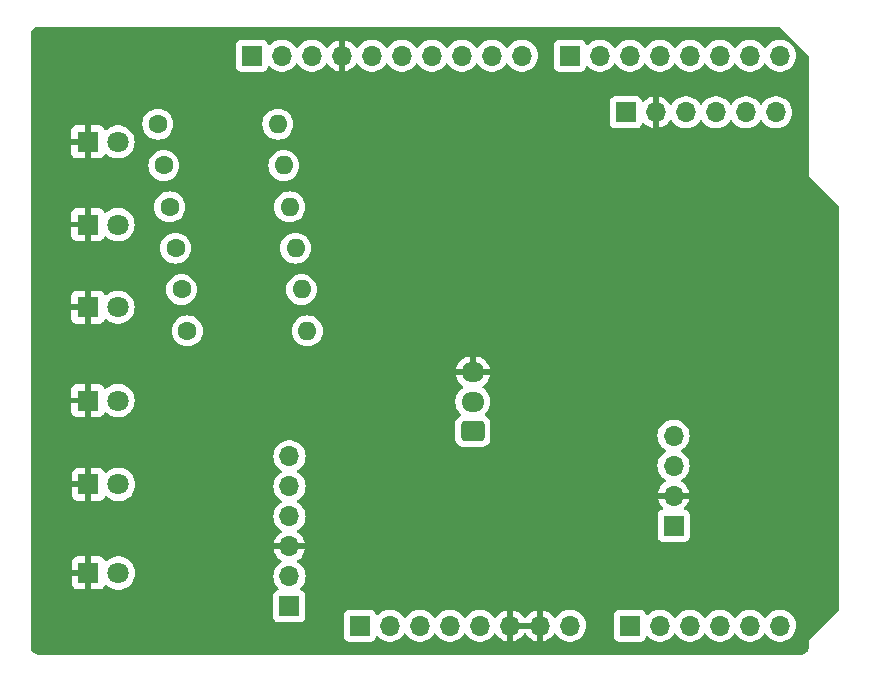
<source format=gbr>
%TF.GenerationSoftware,KiCad,Pcbnew,8.0.8*%
%TF.CreationDate,2025-03-13T13:25:16-06:00*%
%TF.ProjectId,Final_Project-REAL,46696e61-6c5f-4507-926f-6a6563742d52,rev?*%
%TF.SameCoordinates,Original*%
%TF.FileFunction,Copper,L2,Bot*%
%TF.FilePolarity,Positive*%
%FSLAX46Y46*%
G04 Gerber Fmt 4.6, Leading zero omitted, Abs format (unit mm)*
G04 Created by KiCad (PCBNEW 8.0.8) date 2025-03-13 13:25:16*
%MOMM*%
%LPD*%
G01*
G04 APERTURE LIST*
G04 Aperture macros list*
%AMRoundRect*
0 Rectangle with rounded corners*
0 $1 Rounding radius*
0 $2 $3 $4 $5 $6 $7 $8 $9 X,Y pos of 4 corners*
0 Add a 4 corners polygon primitive as box body*
4,1,4,$2,$3,$4,$5,$6,$7,$8,$9,$2,$3,0*
0 Add four circle primitives for the rounded corners*
1,1,$1+$1,$2,$3*
1,1,$1+$1,$4,$5*
1,1,$1+$1,$6,$7*
1,1,$1+$1,$8,$9*
0 Add four rect primitives between the rounded corners*
20,1,$1+$1,$2,$3,$4,$5,0*
20,1,$1+$1,$4,$5,$6,$7,0*
20,1,$1+$1,$6,$7,$8,$9,0*
20,1,$1+$1,$8,$9,$2,$3,0*%
G04 Aperture macros list end*
%TA.AperFunction,ComponentPad*%
%ADD10R,1.700000X1.700000*%
%TD*%
%TA.AperFunction,ComponentPad*%
%ADD11O,1.700000X1.700000*%
%TD*%
%TA.AperFunction,ComponentPad*%
%ADD12RoundRect,0.250000X0.725000X-0.600000X0.725000X0.600000X-0.725000X0.600000X-0.725000X-0.600000X0*%
%TD*%
%TA.AperFunction,ComponentPad*%
%ADD13O,1.950000X1.700000*%
%TD*%
%TA.AperFunction,ComponentPad*%
%ADD14C,1.600000*%
%TD*%
%TA.AperFunction,ComponentPad*%
%ADD15O,1.600000X1.600000*%
%TD*%
%TA.AperFunction,ComponentPad*%
%ADD16R,1.800000X1.800000*%
%TD*%
%TA.AperFunction,ComponentPad*%
%ADD17C,1.800000*%
%TD*%
G04 APERTURE END LIST*
D10*
%TO.P,J1,1,Pin_1*%
%TO.N,unconnected-(J1-Pin_1-Pad1)*%
X127940000Y-97460000D03*
D11*
%TO.P,J1,2,Pin_2*%
%TO.N,/IOREF*%
X130480000Y-97460000D03*
%TO.P,J1,3,Pin_3*%
%TO.N,/~{RESET}*%
X133020000Y-97460000D03*
%TO.P,J1,4,Pin_4*%
%TO.N,+3V3*%
X135560000Y-97460000D03*
%TO.P,J1,5,Pin_5*%
%TO.N,+5V*%
X138100000Y-97460000D03*
%TO.P,J1,6,Pin_6*%
%TO.N,GND*%
X140640000Y-97460000D03*
%TO.P,J1,7,Pin_7*%
X143180000Y-97460000D03*
%TO.P,J1,8,Pin_8*%
%TO.N,VCC*%
X145720000Y-97460000D03*
%TD*%
D10*
%TO.P,J3,1,Pin_1*%
%TO.N,/A0*%
X150800000Y-97460000D03*
D11*
%TO.P,J3,2,Pin_2*%
%TO.N,/A1*%
X153340000Y-97460000D03*
%TO.P,J3,3,Pin_3*%
%TO.N,/A2*%
X155880000Y-97460000D03*
%TO.P,J3,4,Pin_4*%
%TO.N,/A3*%
X158420000Y-97460000D03*
%TO.P,J3,5,Pin_5*%
%TO.N,/SDA{slash}A4*%
X160960000Y-97460000D03*
%TO.P,J3,6,Pin_6*%
%TO.N,/SCL{slash}A5*%
X163500000Y-97460000D03*
%TD*%
D10*
%TO.P,J2,1,Pin_1*%
%TO.N,/SCL{slash}A5*%
X118796000Y-49200000D03*
D11*
%TO.P,J2,2,Pin_2*%
%TO.N,/SDA{slash}A4*%
X121336000Y-49200000D03*
%TO.P,J2,3,Pin_3*%
%TO.N,/AREF*%
X123876000Y-49200000D03*
%TO.P,J2,4,Pin_4*%
%TO.N,GND*%
X126416000Y-49200000D03*
%TO.P,J2,5,Pin_5*%
%TO.N,/LED_6*%
X128956000Y-49200000D03*
%TO.P,J2,6,Pin_6*%
%TO.N,/LED_5*%
X131496000Y-49200000D03*
%TO.P,J2,7,Pin_7*%
%TO.N,/LED_4*%
X134036000Y-49200000D03*
%TO.P,J2,8,Pin_8*%
%TO.N,/LED_3*%
X136576000Y-49200000D03*
%TO.P,J2,9,Pin_9*%
%TO.N,/LED_2*%
X139116000Y-49200000D03*
%TO.P,J2,10,Pin_10*%
%TO.N,/LED_1*%
X141656000Y-49200000D03*
%TD*%
D10*
%TO.P,J4,1,Pin_1*%
%TO.N,/TEMP_EXT*%
X145720000Y-49200000D03*
D11*
%TO.P,J4,2,Pin_2*%
%TO.N,/6*%
X148260000Y-49200000D03*
%TO.P,J4,3,Pin_3*%
%TO.N,/5*%
X150800000Y-49200000D03*
%TO.P,J4,4,Pin_4*%
%TO.N,/4*%
X153340000Y-49200000D03*
%TO.P,J4,5,Pin_5*%
%TO.N,/\u002A3*%
X155880000Y-49200000D03*
%TO.P,J4,6,Pin_6*%
%TO.N,/2*%
X158420000Y-49200000D03*
%TO.P,J4,7,Pin_7*%
%TO.N,/TX{slash}1*%
X160960000Y-49200000D03*
%TO.P,J4,8,Pin_8*%
%TO.N,/RX{slash}0*%
X163500000Y-49200000D03*
%TD*%
D10*
%TO.P,J5,1,Pin_1*%
%TO.N,+3V3*%
X121975000Y-95825000D03*
D11*
%TO.P,J5,2,Pin_2*%
%TO.N,unconnected-(J5-Pin_2-Pad2)*%
X121975000Y-93285000D03*
%TO.P,J5,3,Pin_3*%
%TO.N,GND*%
X121975000Y-90745000D03*
%TO.P,J5,4,Pin_4*%
%TO.N,/SCL{slash}A5*%
X121975000Y-88205000D03*
%TO.P,J5,5,Pin_5*%
%TO.N,/SDA{slash}A4*%
X121975000Y-85665000D03*
%TO.P,J5,6,Pin_6*%
%TO.N,unconnected-(J5-Pin_6-Pad6)*%
X121975000Y-83125000D03*
%TD*%
D12*
%TO.P,J6,1,Pin_1*%
%TO.N,+5V*%
X137500000Y-81000000D03*
D13*
%TO.P,J6,2,Pin_2*%
%TO.N,/TEMP_EXT*%
X137500000Y-78500000D03*
%TO.P,J6,3,Pin_3*%
%TO.N,GND*%
X137500000Y-76000000D03*
%TD*%
D14*
%TO.P,R3,1*%
%TO.N,Net-(D3-A)*%
X112340000Y-65500000D03*
D15*
%TO.P,R3,2*%
%TO.N,/LED_3*%
X122500000Y-65500000D03*
%TD*%
D14*
%TO.P,R1,1*%
%TO.N,Net-(D1-A)*%
X113340000Y-72500000D03*
D15*
%TO.P,R1,2*%
%TO.N,/LED_1*%
X123500000Y-72500000D03*
%TD*%
D14*
%TO.P,R5,1*%
%TO.N,Net-(D5-A)*%
X111340000Y-58500000D03*
D15*
%TO.P,R5,2*%
%TO.N,/LED_5*%
X121500000Y-58500000D03*
%TD*%
D16*
%TO.P,D3,1,K*%
%TO.N,GND*%
X104910000Y-78400000D03*
D17*
%TO.P,D3,2,A*%
%TO.N,Net-(D3-A)*%
X107450000Y-78400000D03*
%TD*%
D16*
%TO.P,D2,1,K*%
%TO.N,GND*%
X104960000Y-85500000D03*
D17*
%TO.P,D2,2,A*%
%TO.N,Net-(D2-A)*%
X107500000Y-85500000D03*
%TD*%
D16*
%TO.P,D4,1,K*%
%TO.N,GND*%
X104910000Y-70500000D03*
D17*
%TO.P,D4,2,A*%
%TO.N,Net-(D4-A)*%
X107450000Y-70500000D03*
%TD*%
D10*
%TO.P,J7,1,Pin_1*%
%TO.N,+5V*%
X154500000Y-89000000D03*
D11*
%TO.P,J7,2,Pin_2*%
%TO.N,GND*%
X154500000Y-86460000D03*
%TO.P,J7,3,Pin_3*%
%TO.N,/SCL{slash}A5*%
X154500000Y-83920000D03*
%TO.P,J7,4,Pin_4*%
%TO.N,/SDA{slash}A4*%
X154500000Y-81380000D03*
%TD*%
D14*
%TO.P,R4,1*%
%TO.N,Net-(D4-A)*%
X111840000Y-62000000D03*
D15*
%TO.P,R4,2*%
%TO.N,/LED_4*%
X122000000Y-62000000D03*
%TD*%
D16*
%TO.P,D5,1,K*%
%TO.N,GND*%
X104910000Y-63500000D03*
D17*
%TO.P,D5,2,A*%
%TO.N,Net-(D5-A)*%
X107450000Y-63500000D03*
%TD*%
D16*
%TO.P,D1,1,K*%
%TO.N,GND*%
X104960000Y-93000000D03*
D17*
%TO.P,D1,2,A*%
%TO.N,Net-(D1-A)*%
X107500000Y-93000000D03*
%TD*%
D14*
%TO.P,R2,1*%
%TO.N,Net-(D2-A)*%
X112840000Y-69000000D03*
D15*
%TO.P,R2,2*%
%TO.N,/LED_2*%
X123000000Y-69000000D03*
%TD*%
D16*
%TO.P,D6,1,K*%
%TO.N,GND*%
X104910000Y-56500000D03*
D17*
%TO.P,D6,2,A*%
%TO.N,Net-(D6-A)*%
X107450000Y-56500000D03*
%TD*%
D14*
%TO.P,R6,1*%
%TO.N,Net-(D6-A)*%
X110840000Y-55000000D03*
D15*
%TO.P,R6,2*%
%TO.N,/LED_6*%
X121000000Y-55000000D03*
%TD*%
D10*
%TO.P,J8,1,Pin_1*%
%TO.N,unconnected-(J8-Pin_1-Pad1)*%
X150460000Y-54000000D03*
D11*
%TO.P,J8,2,Pin_2*%
%TO.N,GND*%
X153000000Y-54000000D03*
%TO.P,J8,3,Pin_3*%
%TO.N,+5V*%
X155540000Y-54000000D03*
%TO.P,J8,4,Pin_4*%
%TO.N,/RX{slash}0*%
X158080000Y-54000000D03*
%TO.P,J8,5,Pin_5*%
%TO.N,/TX{slash}1*%
X160620000Y-54000000D03*
%TO.P,J8,6,Pin_6*%
%TO.N,unconnected-(J8-Pin_6-Pad6)*%
X163160000Y-54000000D03*
%TD*%
%TA.AperFunction,Conductor*%
%TO.N,GND*%
G36*
X142714075Y-97267007D02*
G01*
X142680000Y-97394174D01*
X142680000Y-97525826D01*
X142714075Y-97652993D01*
X142746988Y-97710000D01*
X141073012Y-97710000D01*
X141105925Y-97652993D01*
X141140000Y-97525826D01*
X141140000Y-97394174D01*
X141105925Y-97267007D01*
X141073012Y-97210000D01*
X142746988Y-97210000D01*
X142714075Y-97267007D01*
G37*
%TD.AperFunction*%
%TA.AperFunction,Conductor*%
G36*
X163484404Y-46755185D02*
G01*
X163505046Y-46771819D01*
X165928181Y-49194954D01*
X165961666Y-49256277D01*
X165964500Y-49282635D01*
X165964500Y-59344982D01*
X165964500Y-59375018D01*
X165975994Y-59402767D01*
X165975995Y-59402768D01*
X168468181Y-61894954D01*
X168501666Y-61956277D01*
X168504500Y-61982635D01*
X168504500Y-96107364D01*
X168484815Y-96174403D01*
X168468181Y-96195045D01*
X165997233Y-98665994D01*
X165975995Y-98687231D01*
X165964500Y-98714982D01*
X165964500Y-99231907D01*
X165963903Y-99244062D01*
X165952505Y-99359778D01*
X165947763Y-99383618D01*
X165917832Y-99482290D01*
X165915789Y-99489024D01*
X165906486Y-99511482D01*
X165854561Y-99608627D01*
X165841056Y-99628839D01*
X165771176Y-99713988D01*
X165753988Y-99731176D01*
X165668839Y-99801056D01*
X165648627Y-99814561D01*
X165551482Y-99866486D01*
X165529028Y-99875787D01*
X165487028Y-99888528D01*
X165423618Y-99907763D01*
X165399778Y-99912505D01*
X165291162Y-99923203D01*
X165284060Y-99923903D01*
X165271907Y-99924500D01*
X100768093Y-99924500D01*
X100755939Y-99923903D01*
X100747995Y-99923120D01*
X100640221Y-99912505D01*
X100616381Y-99907763D01*
X100599445Y-99902625D01*
X100510968Y-99875786D01*
X100488517Y-99866486D01*
X100391372Y-99814561D01*
X100371160Y-99801056D01*
X100286011Y-99731176D01*
X100268823Y-99713988D01*
X100198943Y-99628839D01*
X100185438Y-99608627D01*
X100133510Y-99511476D01*
X100124215Y-99489037D01*
X100092234Y-99383612D01*
X100087494Y-99359777D01*
X100076097Y-99244061D01*
X100075500Y-99231907D01*
X100075500Y-92052155D01*
X103560000Y-92052155D01*
X103560000Y-92750000D01*
X104584722Y-92750000D01*
X104540667Y-92826306D01*
X104510000Y-92940756D01*
X104510000Y-93059244D01*
X104540667Y-93173694D01*
X104584722Y-93250000D01*
X103560000Y-93250000D01*
X103560000Y-93947844D01*
X103566401Y-94007372D01*
X103566403Y-94007379D01*
X103616645Y-94142086D01*
X103616649Y-94142093D01*
X103702809Y-94257187D01*
X103702812Y-94257190D01*
X103817906Y-94343350D01*
X103817913Y-94343354D01*
X103952620Y-94393596D01*
X103952627Y-94393598D01*
X104012155Y-94399999D01*
X104012172Y-94400000D01*
X104710000Y-94400000D01*
X104710000Y-93375277D01*
X104786306Y-93419333D01*
X104900756Y-93450000D01*
X105019244Y-93450000D01*
X105133694Y-93419333D01*
X105210000Y-93375277D01*
X105210000Y-94400000D01*
X105907828Y-94400000D01*
X105907844Y-94399999D01*
X105967372Y-94393598D01*
X105967379Y-94393596D01*
X106102086Y-94343354D01*
X106102093Y-94343350D01*
X106217187Y-94257190D01*
X106217190Y-94257187D01*
X106303350Y-94142093D01*
X106303355Y-94142084D01*
X106328940Y-94073486D01*
X106370810Y-94017552D01*
X106436274Y-93993134D01*
X106504547Y-94007985D01*
X106536349Y-94032832D01*
X106542780Y-94039818D01*
X106726983Y-94183190D01*
X106726985Y-94183191D01*
X106726988Y-94183193D01*
X106846331Y-94247777D01*
X106932273Y-94294287D01*
X107046914Y-94333643D01*
X107153045Y-94370079D01*
X107153047Y-94370079D01*
X107153049Y-94370080D01*
X107383288Y-94408500D01*
X107383289Y-94408500D01*
X107616711Y-94408500D01*
X107616712Y-94408500D01*
X107846951Y-94370080D01*
X108067727Y-94294287D01*
X108273017Y-94183190D01*
X108457220Y-94039818D01*
X108615314Y-93868083D01*
X108742984Y-93672669D01*
X108836749Y-93458907D01*
X108894051Y-93232626D01*
X108913327Y-93000000D01*
X108894051Y-92767374D01*
X108836749Y-92541093D01*
X108742984Y-92327331D01*
X108713428Y-92282092D01*
X108615313Y-92131915D01*
X108457223Y-91960185D01*
X108457222Y-91960184D01*
X108457220Y-91960182D01*
X108273017Y-91816810D01*
X108273015Y-91816809D01*
X108273014Y-91816808D01*
X108273011Y-91816806D01*
X108067733Y-91705716D01*
X108067730Y-91705715D01*
X108067727Y-91705713D01*
X108067721Y-91705711D01*
X108067719Y-91705710D01*
X107846954Y-91629920D01*
X107667650Y-91600000D01*
X107616712Y-91591500D01*
X107383288Y-91591500D01*
X107337240Y-91599184D01*
X107153045Y-91629920D01*
X106932280Y-91705710D01*
X106932266Y-91705716D01*
X106726988Y-91816806D01*
X106726985Y-91816808D01*
X106542781Y-91960181D01*
X106542776Y-91960185D01*
X106536346Y-91967170D01*
X106476457Y-92003157D01*
X106406619Y-92001052D01*
X106349005Y-91961524D01*
X106328940Y-91926513D01*
X106303355Y-91857915D01*
X106303350Y-91857906D01*
X106217190Y-91742812D01*
X106217187Y-91742809D01*
X106102093Y-91656649D01*
X106102086Y-91656645D01*
X105967379Y-91606403D01*
X105967372Y-91606401D01*
X105907844Y-91600000D01*
X105210000Y-91600000D01*
X105210000Y-92624722D01*
X105133694Y-92580667D01*
X105019244Y-92550000D01*
X104900756Y-92550000D01*
X104786306Y-92580667D01*
X104710000Y-92624722D01*
X104710000Y-91600000D01*
X104012155Y-91600000D01*
X103952627Y-91606401D01*
X103952620Y-91606403D01*
X103817913Y-91656645D01*
X103817906Y-91656649D01*
X103702812Y-91742809D01*
X103702809Y-91742812D01*
X103616649Y-91857906D01*
X103616645Y-91857913D01*
X103566403Y-91992620D01*
X103566401Y-91992627D01*
X103560000Y-92052155D01*
X100075500Y-92052155D01*
X100075500Y-84552155D01*
X103560000Y-84552155D01*
X103560000Y-85250000D01*
X104584722Y-85250000D01*
X104540667Y-85326306D01*
X104510000Y-85440756D01*
X104510000Y-85559244D01*
X104540667Y-85673694D01*
X104584722Y-85750000D01*
X103560000Y-85750000D01*
X103560000Y-86447844D01*
X103566401Y-86507372D01*
X103566403Y-86507379D01*
X103616645Y-86642086D01*
X103616649Y-86642093D01*
X103702809Y-86757187D01*
X103702812Y-86757190D01*
X103817906Y-86843350D01*
X103817913Y-86843354D01*
X103952620Y-86893596D01*
X103952627Y-86893598D01*
X104012155Y-86899999D01*
X104012172Y-86900000D01*
X104710000Y-86900000D01*
X104710000Y-85875277D01*
X104786306Y-85919333D01*
X104900756Y-85950000D01*
X105019244Y-85950000D01*
X105133694Y-85919333D01*
X105210000Y-85875277D01*
X105210000Y-86900000D01*
X105907828Y-86900000D01*
X105907844Y-86899999D01*
X105967372Y-86893598D01*
X105967379Y-86893596D01*
X106102086Y-86843354D01*
X106102093Y-86843350D01*
X106217187Y-86757190D01*
X106217190Y-86757187D01*
X106303350Y-86642093D01*
X106303355Y-86642084D01*
X106328940Y-86573486D01*
X106370810Y-86517552D01*
X106436274Y-86493134D01*
X106504547Y-86507985D01*
X106536349Y-86532832D01*
X106542780Y-86539818D01*
X106726983Y-86683190D01*
X106726985Y-86683191D01*
X106726988Y-86683193D01*
X106846331Y-86747777D01*
X106932273Y-86794287D01*
X107024489Y-86825945D01*
X107153045Y-86870079D01*
X107153047Y-86870079D01*
X107153049Y-86870080D01*
X107383288Y-86908500D01*
X107383289Y-86908500D01*
X107616711Y-86908500D01*
X107616712Y-86908500D01*
X107846951Y-86870080D01*
X108067727Y-86794287D01*
X108273017Y-86683190D01*
X108457220Y-86539818D01*
X108615314Y-86368083D01*
X108742984Y-86172669D01*
X108836749Y-85958907D01*
X108894051Y-85732626D01*
X108913327Y-85500000D01*
X108908408Y-85440640D01*
X108894051Y-85267377D01*
X108894051Y-85267374D01*
X108836749Y-85041093D01*
X108742984Y-84827331D01*
X108635030Y-84662094D01*
X108615313Y-84631915D01*
X108457223Y-84460185D01*
X108457222Y-84460184D01*
X108457220Y-84460182D01*
X108273017Y-84316810D01*
X108273015Y-84316809D01*
X108273014Y-84316808D01*
X108273011Y-84316806D01*
X108067733Y-84205716D01*
X108067730Y-84205715D01*
X108067727Y-84205713D01*
X108067721Y-84205711D01*
X108067719Y-84205710D01*
X107846954Y-84129920D01*
X107667650Y-84100000D01*
X107616712Y-84091500D01*
X107383288Y-84091500D01*
X107337240Y-84099184D01*
X107153045Y-84129920D01*
X106932280Y-84205710D01*
X106932266Y-84205716D01*
X106726988Y-84316806D01*
X106726985Y-84316808D01*
X106542781Y-84460181D01*
X106542776Y-84460185D01*
X106536346Y-84467170D01*
X106476457Y-84503157D01*
X106406619Y-84501052D01*
X106349005Y-84461524D01*
X106328940Y-84426513D01*
X106303355Y-84357915D01*
X106303350Y-84357906D01*
X106217190Y-84242812D01*
X106217187Y-84242809D01*
X106102093Y-84156649D01*
X106102086Y-84156645D01*
X105967379Y-84106403D01*
X105967372Y-84106401D01*
X105907844Y-84100000D01*
X105210000Y-84100000D01*
X105210000Y-85124722D01*
X105133694Y-85080667D01*
X105019244Y-85050000D01*
X104900756Y-85050000D01*
X104786306Y-85080667D01*
X104710000Y-85124722D01*
X104710000Y-84100000D01*
X104012155Y-84100000D01*
X103952627Y-84106401D01*
X103952620Y-84106403D01*
X103817913Y-84156645D01*
X103817906Y-84156649D01*
X103702812Y-84242809D01*
X103702809Y-84242812D01*
X103616649Y-84357906D01*
X103616645Y-84357913D01*
X103566403Y-84492620D01*
X103566401Y-84492627D01*
X103560000Y-84552155D01*
X100075500Y-84552155D01*
X100075500Y-83124994D01*
X120611844Y-83124994D01*
X120611844Y-83125005D01*
X120630434Y-83349359D01*
X120630436Y-83349371D01*
X120685703Y-83567614D01*
X120776140Y-83773792D01*
X120899276Y-83962265D01*
X120899284Y-83962276D01*
X121051756Y-84127902D01*
X121051761Y-84127907D01*
X121110981Y-84174000D01*
X121229424Y-84266189D01*
X121229429Y-84266191D01*
X121229431Y-84266193D01*
X121265930Y-84285946D01*
X121315520Y-84335165D01*
X121330628Y-84403382D01*
X121306457Y-84468937D01*
X121265930Y-84504054D01*
X121229431Y-84523806D01*
X121229422Y-84523812D01*
X121051761Y-84662092D01*
X121051756Y-84662097D01*
X120899284Y-84827723D01*
X120899276Y-84827734D01*
X120776140Y-85016207D01*
X120685703Y-85222385D01*
X120630436Y-85440628D01*
X120630434Y-85440640D01*
X120611844Y-85664994D01*
X120611844Y-85665005D01*
X120630434Y-85889359D01*
X120630436Y-85889371D01*
X120685703Y-86107614D01*
X120776140Y-86313792D01*
X120899276Y-86502265D01*
X120899284Y-86502276D01*
X121051756Y-86667902D01*
X121051761Y-86667907D01*
X121105842Y-86710000D01*
X121229424Y-86806189D01*
X121229429Y-86806191D01*
X121229431Y-86806193D01*
X121265930Y-86825946D01*
X121315520Y-86875165D01*
X121330628Y-86943382D01*
X121306457Y-87008937D01*
X121265930Y-87044054D01*
X121229431Y-87063806D01*
X121229422Y-87063812D01*
X121051761Y-87202092D01*
X121051756Y-87202097D01*
X120899284Y-87367723D01*
X120899276Y-87367734D01*
X120776140Y-87556207D01*
X120685703Y-87762385D01*
X120630436Y-87980628D01*
X120630434Y-87980640D01*
X120611844Y-88204994D01*
X120611844Y-88205005D01*
X120630434Y-88429359D01*
X120630436Y-88429371D01*
X120685703Y-88647614D01*
X120776140Y-88853792D01*
X120899276Y-89042265D01*
X120899284Y-89042276D01*
X121051756Y-89207902D01*
X121051760Y-89207906D01*
X121229424Y-89346189D01*
X121272693Y-89369605D01*
X121272695Y-89369606D01*
X121322286Y-89418825D01*
X121337394Y-89487042D01*
X121313224Y-89552597D01*
X121284802Y-89580236D01*
X121103922Y-89706890D01*
X121103920Y-89706891D01*
X120936891Y-89873920D01*
X120936886Y-89873926D01*
X120801400Y-90067420D01*
X120801399Y-90067422D01*
X120701570Y-90281507D01*
X120701567Y-90281513D01*
X120644364Y-90494999D01*
X120644364Y-90495000D01*
X121541988Y-90495000D01*
X121509075Y-90552007D01*
X121475000Y-90679174D01*
X121475000Y-90810826D01*
X121509075Y-90937993D01*
X121541988Y-90995000D01*
X120644364Y-90995000D01*
X120701567Y-91208486D01*
X120701570Y-91208492D01*
X120801399Y-91422578D01*
X120936894Y-91616082D01*
X121103917Y-91783105D01*
X121284802Y-91909763D01*
X121328427Y-91964340D01*
X121335619Y-92033839D01*
X121304097Y-92096193D01*
X121272697Y-92120392D01*
X121229427Y-92143809D01*
X121229422Y-92143812D01*
X121051761Y-92282092D01*
X121051756Y-92282097D01*
X120899284Y-92447723D01*
X120899276Y-92447734D01*
X120776140Y-92636207D01*
X120685703Y-92842385D01*
X120630436Y-93060628D01*
X120630434Y-93060640D01*
X120611844Y-93284994D01*
X120611844Y-93285005D01*
X120630434Y-93509359D01*
X120630436Y-93509371D01*
X120685703Y-93727614D01*
X120776140Y-93933792D01*
X120899276Y-94122265D01*
X120899284Y-94122276D01*
X121044489Y-94280008D01*
X121075412Y-94342662D01*
X121067552Y-94412088D01*
X121023405Y-94466244D01*
X120996596Y-94480172D01*
X120878794Y-94524111D01*
X120761739Y-94611739D01*
X120674111Y-94728795D01*
X120623011Y-94865795D01*
X120623011Y-94865797D01*
X120616500Y-94926345D01*
X120616500Y-96723654D01*
X120623011Y-96784202D01*
X120623011Y-96784204D01*
X120674111Y-96921204D01*
X120761739Y-97038261D01*
X120878796Y-97125889D01*
X121015799Y-97176989D01*
X121043050Y-97179918D01*
X121076345Y-97183499D01*
X121076362Y-97183500D01*
X122873638Y-97183500D01*
X122873654Y-97183499D01*
X122900692Y-97180591D01*
X122934201Y-97176989D01*
X123071204Y-97125889D01*
X123188261Y-97038261D01*
X123275889Y-96921204D01*
X123325107Y-96789247D01*
X123326988Y-96784204D01*
X123326988Y-96784203D01*
X123326989Y-96784201D01*
X123330591Y-96750692D01*
X123333499Y-96723654D01*
X123333500Y-96723637D01*
X123333500Y-96561345D01*
X126581500Y-96561345D01*
X126581500Y-98358654D01*
X126588011Y-98419202D01*
X126588011Y-98419204D01*
X126639111Y-98556204D01*
X126726739Y-98673261D01*
X126843796Y-98760889D01*
X126980799Y-98811989D01*
X127008050Y-98814918D01*
X127041345Y-98818499D01*
X127041362Y-98818500D01*
X128838638Y-98818500D01*
X128838654Y-98818499D01*
X128865692Y-98815591D01*
X128899201Y-98811989D01*
X129036204Y-98760889D01*
X129153261Y-98673261D01*
X129240889Y-98556204D01*
X129286138Y-98434887D01*
X129328009Y-98378956D01*
X129393474Y-98354539D01*
X129461746Y-98369391D01*
X129493545Y-98394236D01*
X129556760Y-98462906D01*
X129734424Y-98601189D01*
X129734425Y-98601189D01*
X129734427Y-98601191D01*
X129861135Y-98669761D01*
X129932426Y-98708342D01*
X130145365Y-98781444D01*
X130367431Y-98818500D01*
X130592569Y-98818500D01*
X130814635Y-98781444D01*
X131027574Y-98708342D01*
X131225576Y-98601189D01*
X131403240Y-98462906D01*
X131524594Y-98331082D01*
X131555715Y-98297276D01*
X131555715Y-98297275D01*
X131555722Y-98297268D01*
X131646193Y-98158790D01*
X131699338Y-98113437D01*
X131768569Y-98104013D01*
X131831905Y-98133515D01*
X131853804Y-98158787D01*
X131944278Y-98297268D01*
X131944283Y-98297273D01*
X131944284Y-98297276D01*
X132070968Y-98434889D01*
X132096760Y-98462906D01*
X132274424Y-98601189D01*
X132274425Y-98601189D01*
X132274427Y-98601191D01*
X132401135Y-98669761D01*
X132472426Y-98708342D01*
X132685365Y-98781444D01*
X132907431Y-98818500D01*
X133132569Y-98818500D01*
X133354635Y-98781444D01*
X133567574Y-98708342D01*
X133765576Y-98601189D01*
X133943240Y-98462906D01*
X134064594Y-98331082D01*
X134095715Y-98297276D01*
X134095715Y-98297275D01*
X134095722Y-98297268D01*
X134186193Y-98158790D01*
X134239338Y-98113437D01*
X134308569Y-98104013D01*
X134371905Y-98133515D01*
X134393804Y-98158787D01*
X134484278Y-98297268D01*
X134484283Y-98297273D01*
X134484284Y-98297276D01*
X134610968Y-98434889D01*
X134636760Y-98462906D01*
X134814424Y-98601189D01*
X134814425Y-98601189D01*
X134814427Y-98601191D01*
X134941135Y-98669761D01*
X135012426Y-98708342D01*
X135225365Y-98781444D01*
X135447431Y-98818500D01*
X135672569Y-98818500D01*
X135894635Y-98781444D01*
X136107574Y-98708342D01*
X136305576Y-98601189D01*
X136483240Y-98462906D01*
X136604594Y-98331082D01*
X136635715Y-98297276D01*
X136635715Y-98297275D01*
X136635722Y-98297268D01*
X136726193Y-98158790D01*
X136779338Y-98113437D01*
X136848569Y-98104013D01*
X136911905Y-98133515D01*
X136933804Y-98158787D01*
X137024278Y-98297268D01*
X137024283Y-98297273D01*
X137024284Y-98297276D01*
X137150968Y-98434889D01*
X137176760Y-98462906D01*
X137354424Y-98601189D01*
X137354425Y-98601189D01*
X137354427Y-98601191D01*
X137481135Y-98669761D01*
X137552426Y-98708342D01*
X137765365Y-98781444D01*
X137987431Y-98818500D01*
X138212569Y-98818500D01*
X138434635Y-98781444D01*
X138647574Y-98708342D01*
X138845576Y-98601189D01*
X139023240Y-98462906D01*
X139144594Y-98331082D01*
X139175715Y-98297276D01*
X139175715Y-98297275D01*
X139175722Y-98297268D01*
X139269749Y-98153347D01*
X139322894Y-98107994D01*
X139392125Y-98098570D01*
X139455461Y-98128072D01*
X139475130Y-98150048D01*
X139601890Y-98331078D01*
X139768917Y-98498105D01*
X139962421Y-98633600D01*
X140176507Y-98733429D01*
X140176516Y-98733433D01*
X140390000Y-98790634D01*
X140390000Y-97893012D01*
X140447007Y-97925925D01*
X140574174Y-97960000D01*
X140705826Y-97960000D01*
X140832993Y-97925925D01*
X140890000Y-97893012D01*
X140890000Y-98790633D01*
X141103483Y-98733433D01*
X141103492Y-98733429D01*
X141317578Y-98633600D01*
X141511082Y-98498105D01*
X141678105Y-98331082D01*
X141808425Y-98144968D01*
X141863002Y-98101344D01*
X141932501Y-98094151D01*
X141994855Y-98125673D01*
X142011575Y-98144968D01*
X142141894Y-98331082D01*
X142308917Y-98498105D01*
X142502421Y-98633600D01*
X142716507Y-98733429D01*
X142716516Y-98733433D01*
X142930000Y-98790634D01*
X142930000Y-97893012D01*
X142987007Y-97925925D01*
X143114174Y-97960000D01*
X143245826Y-97960000D01*
X143372993Y-97925925D01*
X143430000Y-97893012D01*
X143430000Y-98790633D01*
X143643483Y-98733433D01*
X143643492Y-98733429D01*
X143857578Y-98633600D01*
X144051082Y-98498105D01*
X144218105Y-98331082D01*
X144344868Y-98150048D01*
X144399445Y-98106423D01*
X144468944Y-98099231D01*
X144531298Y-98130753D01*
X144550251Y-98153350D01*
X144644276Y-98297265D01*
X144644284Y-98297276D01*
X144770968Y-98434889D01*
X144796760Y-98462906D01*
X144974424Y-98601189D01*
X144974425Y-98601189D01*
X144974427Y-98601191D01*
X145101135Y-98669761D01*
X145172426Y-98708342D01*
X145385365Y-98781444D01*
X145607431Y-98818500D01*
X145832569Y-98818500D01*
X146054635Y-98781444D01*
X146267574Y-98708342D01*
X146465576Y-98601189D01*
X146643240Y-98462906D01*
X146764594Y-98331082D01*
X146795715Y-98297276D01*
X146795717Y-98297273D01*
X146795722Y-98297268D01*
X146918860Y-98108791D01*
X147009296Y-97902616D01*
X147064564Y-97684368D01*
X147067164Y-97652993D01*
X147083156Y-97460005D01*
X147083156Y-97459994D01*
X147064565Y-97235640D01*
X147064563Y-97235628D01*
X147051362Y-97183499D01*
X147009296Y-97017384D01*
X146918860Y-96811209D01*
X146902706Y-96786484D01*
X146795723Y-96622734D01*
X146795715Y-96622723D01*
X146739212Y-96561345D01*
X149441500Y-96561345D01*
X149441500Y-98358654D01*
X149448011Y-98419202D01*
X149448011Y-98419204D01*
X149499111Y-98556204D01*
X149586739Y-98673261D01*
X149703796Y-98760889D01*
X149840799Y-98811989D01*
X149868050Y-98814918D01*
X149901345Y-98818499D01*
X149901362Y-98818500D01*
X151698638Y-98818500D01*
X151698654Y-98818499D01*
X151725692Y-98815591D01*
X151759201Y-98811989D01*
X151896204Y-98760889D01*
X152013261Y-98673261D01*
X152100889Y-98556204D01*
X152146138Y-98434887D01*
X152188009Y-98378956D01*
X152253474Y-98354539D01*
X152321746Y-98369391D01*
X152353545Y-98394236D01*
X152416760Y-98462906D01*
X152594424Y-98601189D01*
X152594425Y-98601189D01*
X152594427Y-98601191D01*
X152721135Y-98669761D01*
X152792426Y-98708342D01*
X153005365Y-98781444D01*
X153227431Y-98818500D01*
X153452569Y-98818500D01*
X153674635Y-98781444D01*
X153887574Y-98708342D01*
X154085576Y-98601189D01*
X154263240Y-98462906D01*
X154384594Y-98331082D01*
X154415715Y-98297276D01*
X154415715Y-98297275D01*
X154415722Y-98297268D01*
X154506193Y-98158790D01*
X154559338Y-98113437D01*
X154628569Y-98104013D01*
X154691905Y-98133515D01*
X154713804Y-98158787D01*
X154804278Y-98297268D01*
X154804283Y-98297273D01*
X154804284Y-98297276D01*
X154930968Y-98434889D01*
X154956760Y-98462906D01*
X155134424Y-98601189D01*
X155134425Y-98601189D01*
X155134427Y-98601191D01*
X155261135Y-98669761D01*
X155332426Y-98708342D01*
X155545365Y-98781444D01*
X155767431Y-98818500D01*
X155992569Y-98818500D01*
X156214635Y-98781444D01*
X156427574Y-98708342D01*
X156625576Y-98601189D01*
X156803240Y-98462906D01*
X156924594Y-98331082D01*
X156955715Y-98297276D01*
X156955715Y-98297275D01*
X156955722Y-98297268D01*
X157046193Y-98158790D01*
X157099338Y-98113437D01*
X157168569Y-98104013D01*
X157231905Y-98133515D01*
X157253804Y-98158787D01*
X157344278Y-98297268D01*
X157344283Y-98297273D01*
X157344284Y-98297276D01*
X157470968Y-98434889D01*
X157496760Y-98462906D01*
X157674424Y-98601189D01*
X157674425Y-98601189D01*
X157674427Y-98601191D01*
X157801135Y-98669761D01*
X157872426Y-98708342D01*
X158085365Y-98781444D01*
X158307431Y-98818500D01*
X158532569Y-98818500D01*
X158754635Y-98781444D01*
X158967574Y-98708342D01*
X159165576Y-98601189D01*
X159343240Y-98462906D01*
X159464594Y-98331082D01*
X159495715Y-98297276D01*
X159495715Y-98297275D01*
X159495722Y-98297268D01*
X159586193Y-98158790D01*
X159639338Y-98113437D01*
X159708569Y-98104013D01*
X159771905Y-98133515D01*
X159793804Y-98158787D01*
X159884278Y-98297268D01*
X159884283Y-98297273D01*
X159884284Y-98297276D01*
X160010968Y-98434889D01*
X160036760Y-98462906D01*
X160214424Y-98601189D01*
X160214425Y-98601189D01*
X160214427Y-98601191D01*
X160341135Y-98669761D01*
X160412426Y-98708342D01*
X160625365Y-98781444D01*
X160847431Y-98818500D01*
X161072569Y-98818500D01*
X161294635Y-98781444D01*
X161507574Y-98708342D01*
X161705576Y-98601189D01*
X161883240Y-98462906D01*
X162004594Y-98331082D01*
X162035715Y-98297276D01*
X162035715Y-98297275D01*
X162035722Y-98297268D01*
X162126193Y-98158790D01*
X162179338Y-98113437D01*
X162248569Y-98104013D01*
X162311905Y-98133515D01*
X162333804Y-98158787D01*
X162424278Y-98297268D01*
X162424283Y-98297273D01*
X162424284Y-98297276D01*
X162550968Y-98434889D01*
X162576760Y-98462906D01*
X162754424Y-98601189D01*
X162754425Y-98601189D01*
X162754427Y-98601191D01*
X162881135Y-98669761D01*
X162952426Y-98708342D01*
X163165365Y-98781444D01*
X163387431Y-98818500D01*
X163612569Y-98818500D01*
X163834635Y-98781444D01*
X164047574Y-98708342D01*
X164245576Y-98601189D01*
X164423240Y-98462906D01*
X164544594Y-98331082D01*
X164575715Y-98297276D01*
X164575717Y-98297273D01*
X164575722Y-98297268D01*
X164698860Y-98108791D01*
X164789296Y-97902616D01*
X164844564Y-97684368D01*
X164847164Y-97652993D01*
X164863156Y-97460005D01*
X164863156Y-97459994D01*
X164844565Y-97235640D01*
X164844563Y-97235628D01*
X164831362Y-97183499D01*
X164789296Y-97017384D01*
X164698860Y-96811209D01*
X164682706Y-96786484D01*
X164575723Y-96622734D01*
X164575715Y-96622723D01*
X164423243Y-96457097D01*
X164423238Y-96457092D01*
X164245577Y-96318812D01*
X164245572Y-96318808D01*
X164047580Y-96211661D01*
X164047577Y-96211659D01*
X164047574Y-96211658D01*
X164047571Y-96211657D01*
X164047569Y-96211656D01*
X163834637Y-96138556D01*
X163612569Y-96101500D01*
X163387431Y-96101500D01*
X163165362Y-96138556D01*
X162952430Y-96211656D01*
X162952419Y-96211661D01*
X162754427Y-96318808D01*
X162754422Y-96318812D01*
X162576761Y-96457092D01*
X162576756Y-96457097D01*
X162424284Y-96622723D01*
X162424276Y-96622734D01*
X162333808Y-96761206D01*
X162280662Y-96806562D01*
X162211431Y-96815986D01*
X162148095Y-96786484D01*
X162126192Y-96761206D01*
X162035723Y-96622734D01*
X162035715Y-96622723D01*
X161883243Y-96457097D01*
X161883238Y-96457092D01*
X161705577Y-96318812D01*
X161705572Y-96318808D01*
X161507580Y-96211661D01*
X161507577Y-96211659D01*
X161507574Y-96211658D01*
X161507571Y-96211657D01*
X161507569Y-96211656D01*
X161294637Y-96138556D01*
X161072569Y-96101500D01*
X160847431Y-96101500D01*
X160625362Y-96138556D01*
X160412430Y-96211656D01*
X160412419Y-96211661D01*
X160214427Y-96318808D01*
X160214422Y-96318812D01*
X160036761Y-96457092D01*
X160036756Y-96457097D01*
X159884284Y-96622723D01*
X159884276Y-96622734D01*
X159793808Y-96761206D01*
X159740662Y-96806562D01*
X159671431Y-96815986D01*
X159608095Y-96786484D01*
X159586192Y-96761206D01*
X159495723Y-96622734D01*
X159495715Y-96622723D01*
X159343243Y-96457097D01*
X159343238Y-96457092D01*
X159165577Y-96318812D01*
X159165572Y-96318808D01*
X158967580Y-96211661D01*
X158967577Y-96211659D01*
X158967574Y-96211658D01*
X158967571Y-96211657D01*
X158967569Y-96211656D01*
X158754637Y-96138556D01*
X158532569Y-96101500D01*
X158307431Y-96101500D01*
X158085362Y-96138556D01*
X157872430Y-96211656D01*
X157872419Y-96211661D01*
X157674427Y-96318808D01*
X157674422Y-96318812D01*
X157496761Y-96457092D01*
X157496756Y-96457097D01*
X157344284Y-96622723D01*
X157344276Y-96622734D01*
X157253808Y-96761206D01*
X157200662Y-96806562D01*
X157131431Y-96815986D01*
X157068095Y-96786484D01*
X157046192Y-96761206D01*
X156955723Y-96622734D01*
X156955715Y-96622723D01*
X156803243Y-96457097D01*
X156803238Y-96457092D01*
X156625577Y-96318812D01*
X156625572Y-96318808D01*
X156427580Y-96211661D01*
X156427577Y-96211659D01*
X156427574Y-96211658D01*
X156427571Y-96211657D01*
X156427569Y-96211656D01*
X156214637Y-96138556D01*
X155992569Y-96101500D01*
X155767431Y-96101500D01*
X155545362Y-96138556D01*
X155332430Y-96211656D01*
X155332419Y-96211661D01*
X155134427Y-96318808D01*
X155134422Y-96318812D01*
X154956761Y-96457092D01*
X154956756Y-96457097D01*
X154804284Y-96622723D01*
X154804276Y-96622734D01*
X154713808Y-96761206D01*
X154660662Y-96806562D01*
X154591431Y-96815986D01*
X154528095Y-96786484D01*
X154506192Y-96761206D01*
X154415723Y-96622734D01*
X154415715Y-96622723D01*
X154263243Y-96457097D01*
X154263238Y-96457092D01*
X154085577Y-96318812D01*
X154085572Y-96318808D01*
X153887580Y-96211661D01*
X153887577Y-96211659D01*
X153887574Y-96211658D01*
X153887571Y-96211657D01*
X153887569Y-96211656D01*
X153674637Y-96138556D01*
X153452569Y-96101500D01*
X153227431Y-96101500D01*
X153005362Y-96138556D01*
X152792430Y-96211656D01*
X152792419Y-96211661D01*
X152594427Y-96318808D01*
X152594422Y-96318812D01*
X152416761Y-96457092D01*
X152353548Y-96525760D01*
X152293661Y-96561750D01*
X152223823Y-96559649D01*
X152166207Y-96520124D01*
X152146138Y-96485110D01*
X152100889Y-96363796D01*
X152067214Y-96318812D01*
X152013261Y-96246739D01*
X151896204Y-96159111D01*
X151895172Y-96158726D01*
X151759203Y-96108011D01*
X151698654Y-96101500D01*
X151698638Y-96101500D01*
X149901362Y-96101500D01*
X149901345Y-96101500D01*
X149840797Y-96108011D01*
X149840795Y-96108011D01*
X149703795Y-96159111D01*
X149586739Y-96246739D01*
X149499111Y-96363795D01*
X149448011Y-96500795D01*
X149448011Y-96500797D01*
X149441500Y-96561345D01*
X146739212Y-96561345D01*
X146643243Y-96457097D01*
X146643238Y-96457092D01*
X146465577Y-96318812D01*
X146465572Y-96318808D01*
X146267580Y-96211661D01*
X146267577Y-96211659D01*
X146267574Y-96211658D01*
X146267571Y-96211657D01*
X146267569Y-96211656D01*
X146054637Y-96138556D01*
X145832569Y-96101500D01*
X145607431Y-96101500D01*
X145385362Y-96138556D01*
X145172430Y-96211656D01*
X145172419Y-96211661D01*
X144974427Y-96318808D01*
X144974422Y-96318812D01*
X144796761Y-96457092D01*
X144796756Y-96457097D01*
X144644284Y-96622723D01*
X144644276Y-96622734D01*
X144550251Y-96766650D01*
X144497105Y-96812007D01*
X144427873Y-96821430D01*
X144364538Y-96791928D01*
X144344868Y-96769951D01*
X144218113Y-96588926D01*
X144218108Y-96588920D01*
X144051082Y-96421894D01*
X143857578Y-96286399D01*
X143643492Y-96186570D01*
X143643486Y-96186567D01*
X143430000Y-96129364D01*
X143430000Y-97026988D01*
X143372993Y-96994075D01*
X143245826Y-96960000D01*
X143114174Y-96960000D01*
X142987007Y-96994075D01*
X142930000Y-97026988D01*
X142930000Y-96129364D01*
X142929999Y-96129364D01*
X142716513Y-96186567D01*
X142716507Y-96186570D01*
X142502422Y-96286399D01*
X142502420Y-96286400D01*
X142308926Y-96421886D01*
X142308920Y-96421891D01*
X142141891Y-96588920D01*
X142141890Y-96588922D01*
X142011575Y-96775031D01*
X141956998Y-96818655D01*
X141887499Y-96825848D01*
X141825145Y-96794326D01*
X141808425Y-96775031D01*
X141678109Y-96588922D01*
X141678108Y-96588920D01*
X141511082Y-96421894D01*
X141317578Y-96286399D01*
X141103492Y-96186570D01*
X141103486Y-96186567D01*
X140890000Y-96129364D01*
X140890000Y-97026988D01*
X140832993Y-96994075D01*
X140705826Y-96960000D01*
X140574174Y-96960000D01*
X140447007Y-96994075D01*
X140390000Y-97026988D01*
X140390000Y-96129364D01*
X140389999Y-96129364D01*
X140176513Y-96186567D01*
X140176507Y-96186570D01*
X139962422Y-96286399D01*
X139962420Y-96286400D01*
X139768926Y-96421886D01*
X139768920Y-96421891D01*
X139601891Y-96588920D01*
X139601890Y-96588922D01*
X139475131Y-96769952D01*
X139420554Y-96813577D01*
X139351055Y-96820769D01*
X139288701Y-96789247D01*
X139269752Y-96766656D01*
X139175722Y-96622732D01*
X139175715Y-96622725D01*
X139175715Y-96622723D01*
X139023243Y-96457097D01*
X139023238Y-96457092D01*
X138845577Y-96318812D01*
X138845572Y-96318808D01*
X138647580Y-96211661D01*
X138647577Y-96211659D01*
X138647574Y-96211658D01*
X138647571Y-96211657D01*
X138647569Y-96211656D01*
X138434637Y-96138556D01*
X138212569Y-96101500D01*
X137987431Y-96101500D01*
X137765362Y-96138556D01*
X137552430Y-96211656D01*
X137552419Y-96211661D01*
X137354427Y-96318808D01*
X137354422Y-96318812D01*
X137176761Y-96457092D01*
X137176756Y-96457097D01*
X137024284Y-96622723D01*
X137024276Y-96622734D01*
X136933808Y-96761206D01*
X136880662Y-96806562D01*
X136811431Y-96815986D01*
X136748095Y-96786484D01*
X136726192Y-96761206D01*
X136635723Y-96622734D01*
X136635715Y-96622723D01*
X136483243Y-96457097D01*
X136483238Y-96457092D01*
X136305577Y-96318812D01*
X136305572Y-96318808D01*
X136107580Y-96211661D01*
X136107577Y-96211659D01*
X136107574Y-96211658D01*
X136107571Y-96211657D01*
X136107569Y-96211656D01*
X135894637Y-96138556D01*
X135672569Y-96101500D01*
X135447431Y-96101500D01*
X135225362Y-96138556D01*
X135012430Y-96211656D01*
X135012419Y-96211661D01*
X134814427Y-96318808D01*
X134814422Y-96318812D01*
X134636761Y-96457092D01*
X134636756Y-96457097D01*
X134484284Y-96622723D01*
X134484276Y-96622734D01*
X134393808Y-96761206D01*
X134340662Y-96806562D01*
X134271431Y-96815986D01*
X134208095Y-96786484D01*
X134186192Y-96761206D01*
X134095723Y-96622734D01*
X134095715Y-96622723D01*
X133943243Y-96457097D01*
X133943238Y-96457092D01*
X133765577Y-96318812D01*
X133765572Y-96318808D01*
X133567580Y-96211661D01*
X133567577Y-96211659D01*
X133567574Y-96211658D01*
X133567571Y-96211657D01*
X133567569Y-96211656D01*
X133354637Y-96138556D01*
X133132569Y-96101500D01*
X132907431Y-96101500D01*
X132685362Y-96138556D01*
X132472430Y-96211656D01*
X132472419Y-96211661D01*
X132274427Y-96318808D01*
X132274422Y-96318812D01*
X132096761Y-96457092D01*
X132096756Y-96457097D01*
X131944284Y-96622723D01*
X131944276Y-96622734D01*
X131853808Y-96761206D01*
X131800662Y-96806562D01*
X131731431Y-96815986D01*
X131668095Y-96786484D01*
X131646192Y-96761206D01*
X131555723Y-96622734D01*
X131555715Y-96622723D01*
X131403243Y-96457097D01*
X131403238Y-96457092D01*
X131225577Y-96318812D01*
X131225572Y-96318808D01*
X131027580Y-96211661D01*
X131027577Y-96211659D01*
X131027574Y-96211658D01*
X131027571Y-96211657D01*
X131027569Y-96211656D01*
X130814637Y-96138556D01*
X130592569Y-96101500D01*
X130367431Y-96101500D01*
X130145362Y-96138556D01*
X129932430Y-96211656D01*
X129932419Y-96211661D01*
X129734427Y-96318808D01*
X129734422Y-96318812D01*
X129556761Y-96457092D01*
X129493548Y-96525760D01*
X129433661Y-96561750D01*
X129363823Y-96559649D01*
X129306207Y-96520124D01*
X129286138Y-96485110D01*
X129240889Y-96363796D01*
X129207214Y-96318812D01*
X129153261Y-96246739D01*
X129036204Y-96159111D01*
X129035172Y-96158726D01*
X128899203Y-96108011D01*
X128838654Y-96101500D01*
X128838638Y-96101500D01*
X127041362Y-96101500D01*
X127041345Y-96101500D01*
X126980797Y-96108011D01*
X126980795Y-96108011D01*
X126843795Y-96159111D01*
X126726739Y-96246739D01*
X126639111Y-96363795D01*
X126588011Y-96500795D01*
X126588011Y-96500797D01*
X126581500Y-96561345D01*
X123333500Y-96561345D01*
X123333500Y-94926362D01*
X123333499Y-94926345D01*
X123330157Y-94895270D01*
X123326989Y-94865799D01*
X123275889Y-94728796D01*
X123188261Y-94611739D01*
X123071204Y-94524111D01*
X122953404Y-94480172D01*
X122897471Y-94438300D01*
X122873055Y-94372835D01*
X122887908Y-94304562D01*
X122905504Y-94280014D01*
X123050722Y-94122268D01*
X123173860Y-93933791D01*
X123264296Y-93727616D01*
X123319564Y-93509368D01*
X123319565Y-93509359D01*
X123338156Y-93285005D01*
X123338156Y-93284994D01*
X123319565Y-93060640D01*
X123319563Y-93060628D01*
X123264296Y-92842385D01*
X123257243Y-92826306D01*
X123173860Y-92636209D01*
X123050722Y-92447732D01*
X123050719Y-92447729D01*
X123050715Y-92447723D01*
X122898243Y-92282097D01*
X122898238Y-92282092D01*
X122720577Y-92143812D01*
X122720577Y-92143811D01*
X122677303Y-92120393D01*
X122627713Y-92071173D01*
X122612605Y-92002957D01*
X122636775Y-91937401D01*
X122665198Y-91909763D01*
X122846079Y-91783108D01*
X123013105Y-91616082D01*
X123148600Y-91422578D01*
X123248429Y-91208492D01*
X123248432Y-91208486D01*
X123305636Y-90995000D01*
X122408012Y-90995000D01*
X122440925Y-90937993D01*
X122475000Y-90810826D01*
X122475000Y-90679174D01*
X122440925Y-90552007D01*
X122408012Y-90495000D01*
X123305636Y-90495000D01*
X123305635Y-90494999D01*
X123248432Y-90281513D01*
X123248429Y-90281507D01*
X123148600Y-90067422D01*
X123148599Y-90067420D01*
X123013113Y-89873926D01*
X123013108Y-89873920D01*
X122846082Y-89706894D01*
X122665197Y-89580236D01*
X122621572Y-89525659D01*
X122614380Y-89456160D01*
X122645902Y-89393806D01*
X122677300Y-89369608D01*
X122720576Y-89346189D01*
X122898240Y-89207906D01*
X123050722Y-89042268D01*
X123173860Y-88853791D01*
X123264296Y-88647616D01*
X123319564Y-88429368D01*
X123338156Y-88205000D01*
X123329568Y-88101362D01*
X123319565Y-87980640D01*
X123319563Y-87980628D01*
X123300106Y-87903795D01*
X123264296Y-87762384D01*
X123173860Y-87556209D01*
X123165518Y-87543441D01*
X123050723Y-87367734D01*
X123050715Y-87367723D01*
X122898243Y-87202097D01*
X122898238Y-87202092D01*
X122720577Y-87063812D01*
X122720578Y-87063812D01*
X122720576Y-87063811D01*
X122684070Y-87044055D01*
X122634479Y-86994836D01*
X122619371Y-86926619D01*
X122643541Y-86861064D01*
X122684070Y-86825945D01*
X122684084Y-86825936D01*
X122720576Y-86806189D01*
X122898240Y-86667906D01*
X122997614Y-86559957D01*
X123050715Y-86502276D01*
X123050716Y-86502274D01*
X123050722Y-86502268D01*
X123173860Y-86313791D01*
X123264296Y-86107616D01*
X123319564Y-85889368D01*
X123331113Y-85750000D01*
X123338156Y-85665005D01*
X123338156Y-85664994D01*
X123319565Y-85440640D01*
X123319563Y-85440628D01*
X123282745Y-85295236D01*
X123264296Y-85222384D01*
X123173860Y-85016209D01*
X123050722Y-84827732D01*
X123050719Y-84827729D01*
X123050715Y-84827723D01*
X122898243Y-84662097D01*
X122898238Y-84662092D01*
X122720577Y-84523812D01*
X122720578Y-84523812D01*
X122720576Y-84523811D01*
X122684070Y-84504055D01*
X122634479Y-84454836D01*
X122619371Y-84386619D01*
X122643541Y-84321064D01*
X122684070Y-84285945D01*
X122684084Y-84285936D01*
X122720576Y-84266189D01*
X122898240Y-84127906D01*
X123050722Y-83962268D01*
X123173860Y-83773791D01*
X123264296Y-83567616D01*
X123319564Y-83349368D01*
X123338156Y-83125000D01*
X123320928Y-82917097D01*
X123319565Y-82900640D01*
X123319563Y-82900628D01*
X123283712Y-82759055D01*
X123264296Y-82682384D01*
X123173860Y-82476209D01*
X123050722Y-82287732D01*
X123050719Y-82287729D01*
X123050715Y-82287723D01*
X122898243Y-82122097D01*
X122898238Y-82122092D01*
X122720577Y-81983812D01*
X122720572Y-81983808D01*
X122522580Y-81876661D01*
X122522577Y-81876659D01*
X122522574Y-81876658D01*
X122522571Y-81876657D01*
X122522569Y-81876656D01*
X122309637Y-81803556D01*
X122087569Y-81766500D01*
X121862431Y-81766500D01*
X121640362Y-81803556D01*
X121427430Y-81876656D01*
X121427419Y-81876661D01*
X121229427Y-81983808D01*
X121229422Y-81983812D01*
X121051761Y-82122092D01*
X121051756Y-82122097D01*
X120899284Y-82287723D01*
X120899276Y-82287734D01*
X120776140Y-82476207D01*
X120685703Y-82682385D01*
X120630436Y-82900628D01*
X120630434Y-82900640D01*
X120611844Y-83124994D01*
X100075500Y-83124994D01*
X100075500Y-77452155D01*
X103510000Y-77452155D01*
X103510000Y-78150000D01*
X104534722Y-78150000D01*
X104490667Y-78226306D01*
X104460000Y-78340756D01*
X104460000Y-78459244D01*
X104490667Y-78573694D01*
X104534722Y-78650000D01*
X103510000Y-78650000D01*
X103510000Y-79347844D01*
X103516401Y-79407372D01*
X103516403Y-79407379D01*
X103566645Y-79542086D01*
X103566649Y-79542093D01*
X103652809Y-79657187D01*
X103652812Y-79657190D01*
X103767906Y-79743350D01*
X103767913Y-79743354D01*
X103902620Y-79793596D01*
X103902627Y-79793598D01*
X103962155Y-79799999D01*
X103962172Y-79800000D01*
X104660000Y-79800000D01*
X104660000Y-78775277D01*
X104736306Y-78819333D01*
X104850756Y-78850000D01*
X104969244Y-78850000D01*
X105083694Y-78819333D01*
X105160000Y-78775277D01*
X105160000Y-79800000D01*
X105857828Y-79800000D01*
X105857844Y-79799999D01*
X105917372Y-79793598D01*
X105917379Y-79793596D01*
X106052086Y-79743354D01*
X106052093Y-79743350D01*
X106167187Y-79657190D01*
X106167190Y-79657187D01*
X106253350Y-79542093D01*
X106253355Y-79542084D01*
X106278940Y-79473486D01*
X106320810Y-79417552D01*
X106386274Y-79393134D01*
X106454547Y-79407985D01*
X106486349Y-79432832D01*
X106492780Y-79439818D01*
X106676983Y-79583190D01*
X106676985Y-79583191D01*
X106676988Y-79583193D01*
X106688480Y-79589412D01*
X106882273Y-79694287D01*
X106996914Y-79733643D01*
X107103045Y-79770079D01*
X107103047Y-79770079D01*
X107103049Y-79770080D01*
X107333288Y-79808500D01*
X107333289Y-79808500D01*
X107566711Y-79808500D01*
X107566712Y-79808500D01*
X107796951Y-79770080D01*
X108017727Y-79694287D01*
X108223017Y-79583190D01*
X108407220Y-79439818D01*
X108565314Y-79268083D01*
X108692984Y-79072669D01*
X108786749Y-78858907D01*
X108844051Y-78632626D01*
X108863327Y-78400000D01*
X108862754Y-78393084D01*
X136016500Y-78393084D01*
X136016500Y-78606916D01*
X136020572Y-78632626D01*
X136049951Y-78818117D01*
X136116026Y-79021480D01*
X136116027Y-79021483D01*
X136213106Y-79212009D01*
X136338794Y-79385004D01*
X136338796Y-79385006D01*
X136470893Y-79517103D01*
X136504378Y-79578426D01*
X136499394Y-79648118D01*
X136457522Y-79704051D01*
X136448309Y-79710322D01*
X136301351Y-79800967D01*
X136301347Y-79800970D01*
X136175971Y-79926346D01*
X136082886Y-80077259D01*
X136082884Y-80077264D01*
X136027113Y-80245572D01*
X136016500Y-80349447D01*
X136016500Y-81650537D01*
X136016501Y-81650553D01*
X136027113Y-81754426D01*
X136082885Y-81922738D01*
X136175970Y-82073652D01*
X136301348Y-82199030D01*
X136452262Y-82292115D01*
X136620574Y-82347887D01*
X136724455Y-82358500D01*
X138275544Y-82358499D01*
X138379426Y-82347887D01*
X138547738Y-82292115D01*
X138698652Y-82199030D01*
X138824030Y-82073652D01*
X138917115Y-81922738D01*
X138972887Y-81754426D01*
X138983500Y-81650545D01*
X138983500Y-81379994D01*
X153136844Y-81379994D01*
X153136844Y-81380005D01*
X153155434Y-81604359D01*
X153155436Y-81604371D01*
X153210703Y-81822614D01*
X153301140Y-82028792D01*
X153424276Y-82217265D01*
X153424284Y-82217276D01*
X153554292Y-82358500D01*
X153576760Y-82382906D01*
X153754424Y-82521189D01*
X153754429Y-82521191D01*
X153754431Y-82521193D01*
X153790930Y-82540946D01*
X153840520Y-82590165D01*
X153855628Y-82658382D01*
X153831457Y-82723937D01*
X153790930Y-82759054D01*
X153754431Y-82778806D01*
X153754422Y-82778812D01*
X153576761Y-82917092D01*
X153576756Y-82917097D01*
X153424284Y-83082723D01*
X153424276Y-83082734D01*
X153301140Y-83271207D01*
X153210703Y-83477385D01*
X153155436Y-83695628D01*
X153155434Y-83695640D01*
X153136844Y-83919994D01*
X153136844Y-83920005D01*
X153155434Y-84144359D01*
X153155436Y-84144371D01*
X153210703Y-84362614D01*
X153301140Y-84568792D01*
X153424276Y-84757265D01*
X153424284Y-84757276D01*
X153576756Y-84922902D01*
X153576760Y-84922906D01*
X153754424Y-85061189D01*
X153797693Y-85084605D01*
X153797695Y-85084606D01*
X153847286Y-85133825D01*
X153862394Y-85202042D01*
X153838224Y-85267597D01*
X153809802Y-85295236D01*
X153628922Y-85421890D01*
X153628920Y-85421891D01*
X153461891Y-85588920D01*
X153461886Y-85588926D01*
X153326400Y-85782420D01*
X153326399Y-85782422D01*
X153226570Y-85996507D01*
X153226567Y-85996513D01*
X153169364Y-86209999D01*
X153169364Y-86210000D01*
X154066988Y-86210000D01*
X154034075Y-86267007D01*
X154000000Y-86394174D01*
X154000000Y-86525826D01*
X154034075Y-86652993D01*
X154066988Y-86710000D01*
X153169364Y-86710000D01*
X153226567Y-86923486D01*
X153226570Y-86923492D01*
X153326399Y-87137578D01*
X153461894Y-87331082D01*
X153577727Y-87446915D01*
X153611212Y-87508238D01*
X153606228Y-87577930D01*
X153564356Y-87633863D01*
X153533381Y-87650777D01*
X153403795Y-87699111D01*
X153286739Y-87786739D01*
X153199111Y-87903795D01*
X153148011Y-88040795D01*
X153148011Y-88040797D01*
X153141500Y-88101345D01*
X153141500Y-89898654D01*
X153148011Y-89959202D01*
X153148011Y-89959204D01*
X153188375Y-90067420D01*
X153199111Y-90096204D01*
X153286739Y-90213261D01*
X153403796Y-90300889D01*
X153518949Y-90343839D01*
X153521795Y-90344901D01*
X153540799Y-90351989D01*
X153568050Y-90354918D01*
X153601345Y-90358499D01*
X153601362Y-90358500D01*
X155398638Y-90358500D01*
X155398654Y-90358499D01*
X155425692Y-90355591D01*
X155459201Y-90351989D01*
X155596204Y-90300889D01*
X155713261Y-90213261D01*
X155800889Y-90096204D01*
X155851989Y-89959201D01*
X155855591Y-89925692D01*
X155858499Y-89898654D01*
X155858500Y-89898637D01*
X155858500Y-88101362D01*
X155858499Y-88101345D01*
X155855157Y-88070270D01*
X155851989Y-88040799D01*
X155800889Y-87903796D01*
X155713261Y-87786739D01*
X155596204Y-87699111D01*
X155596202Y-87699110D01*
X155596204Y-87699110D01*
X155466619Y-87650777D01*
X155410685Y-87608906D01*
X155386269Y-87543441D01*
X155401121Y-87475168D01*
X155422272Y-87446914D01*
X155538108Y-87331078D01*
X155673600Y-87137578D01*
X155773429Y-86923492D01*
X155773432Y-86923486D01*
X155830636Y-86710000D01*
X154933012Y-86710000D01*
X154965925Y-86652993D01*
X155000000Y-86525826D01*
X155000000Y-86394174D01*
X154965925Y-86267007D01*
X154933012Y-86210000D01*
X155830636Y-86210000D01*
X155830635Y-86209999D01*
X155773432Y-85996513D01*
X155773429Y-85996507D01*
X155673600Y-85782422D01*
X155673599Y-85782420D01*
X155538113Y-85588926D01*
X155538108Y-85588920D01*
X155371082Y-85421894D01*
X155190197Y-85295236D01*
X155146572Y-85240659D01*
X155139380Y-85171160D01*
X155170902Y-85108806D01*
X155202300Y-85084608D01*
X155245576Y-85061189D01*
X155423240Y-84922906D01*
X155575722Y-84757268D01*
X155698860Y-84568791D01*
X155789296Y-84362616D01*
X155844564Y-84144368D01*
X155845928Y-84127906D01*
X155863156Y-83920005D01*
X155863156Y-83919994D01*
X155844565Y-83695640D01*
X155844563Y-83695628D01*
X155789296Y-83477385D01*
X155698859Y-83271207D01*
X155575723Y-83082734D01*
X155575715Y-83082723D01*
X155423243Y-82917097D01*
X155423238Y-82917092D01*
X155245577Y-82778812D01*
X155245578Y-82778812D01*
X155245576Y-82778811D01*
X155209070Y-82759055D01*
X155159479Y-82709836D01*
X155144371Y-82641619D01*
X155168541Y-82576064D01*
X155209070Y-82540945D01*
X155209084Y-82540936D01*
X155245576Y-82521189D01*
X155423240Y-82382906D01*
X155575722Y-82217268D01*
X155698860Y-82028791D01*
X155789296Y-81822616D01*
X155844564Y-81604368D01*
X155863156Y-81380000D01*
X155844564Y-81155632D01*
X155789296Y-80937384D01*
X155698860Y-80731209D01*
X155575722Y-80542732D01*
X155575719Y-80542729D01*
X155575715Y-80542723D01*
X155423243Y-80377097D01*
X155423238Y-80377092D01*
X155245577Y-80238812D01*
X155245572Y-80238808D01*
X155047580Y-80131661D01*
X155047577Y-80131659D01*
X155047574Y-80131658D01*
X155047571Y-80131657D01*
X155047569Y-80131656D01*
X154834637Y-80058556D01*
X154612569Y-80021500D01*
X154387431Y-80021500D01*
X154165362Y-80058556D01*
X153952430Y-80131656D01*
X153952419Y-80131661D01*
X153754427Y-80238808D01*
X153754422Y-80238812D01*
X153576761Y-80377092D01*
X153576756Y-80377097D01*
X153424284Y-80542723D01*
X153424276Y-80542734D01*
X153301140Y-80731207D01*
X153210703Y-80937385D01*
X153155436Y-81155628D01*
X153155434Y-81155640D01*
X153136844Y-81379994D01*
X138983500Y-81379994D01*
X138983499Y-80349456D01*
X138972887Y-80245574D01*
X138917115Y-80077262D01*
X138824030Y-79926348D01*
X138698652Y-79800970D01*
X138698648Y-79800967D01*
X138551690Y-79710322D01*
X138504965Y-79658374D01*
X138493744Y-79589412D01*
X138521587Y-79525330D01*
X138529084Y-79517125D01*
X138661206Y-79385004D01*
X138786894Y-79212009D01*
X138883972Y-79021483D01*
X138950049Y-78818116D01*
X138983500Y-78606916D01*
X138983500Y-78393084D01*
X138950049Y-78181884D01*
X138883972Y-77978517D01*
X138883972Y-77978516D01*
X138786893Y-77787990D01*
X138742822Y-77727331D01*
X138661206Y-77614996D01*
X138510004Y-77463794D01*
X138346586Y-77345064D01*
X138303921Y-77289734D01*
X138297942Y-77220121D01*
X138330548Y-77158326D01*
X138346587Y-77144428D01*
X138504459Y-77029727D01*
X138504464Y-77029723D01*
X138654723Y-76879464D01*
X138654727Y-76879459D01*
X138779620Y-76707557D01*
X138876095Y-76518217D01*
X138941757Y-76316129D01*
X138941757Y-76316126D01*
X138952231Y-76250000D01*
X137904146Y-76250000D01*
X137942630Y-76183343D01*
X137975000Y-76062535D01*
X137975000Y-75937465D01*
X137942630Y-75816657D01*
X137904146Y-75750000D01*
X138952231Y-75750000D01*
X138941757Y-75683873D01*
X138941757Y-75683870D01*
X138876095Y-75481782D01*
X138779620Y-75292442D01*
X138654727Y-75120540D01*
X138654723Y-75120535D01*
X138504464Y-74970276D01*
X138504459Y-74970272D01*
X138332557Y-74845379D01*
X138143217Y-74748904D01*
X137941128Y-74683242D01*
X137750000Y-74652969D01*
X137750000Y-75595854D01*
X137683343Y-75557370D01*
X137562535Y-75525000D01*
X137437465Y-75525000D01*
X137316657Y-75557370D01*
X137250000Y-75595854D01*
X137250000Y-74652969D01*
X137058872Y-74683242D01*
X137058869Y-74683242D01*
X136856782Y-74748904D01*
X136667442Y-74845379D01*
X136495540Y-74970272D01*
X136495535Y-74970276D01*
X136345276Y-75120535D01*
X136345272Y-75120540D01*
X136220379Y-75292442D01*
X136123904Y-75481782D01*
X136058242Y-75683870D01*
X136058242Y-75683873D01*
X136047769Y-75750000D01*
X137095854Y-75750000D01*
X137057370Y-75816657D01*
X137025000Y-75937465D01*
X137025000Y-76062535D01*
X137057370Y-76183343D01*
X137095854Y-76250000D01*
X136047769Y-76250000D01*
X136058242Y-76316126D01*
X136058242Y-76316129D01*
X136123904Y-76518217D01*
X136220379Y-76707557D01*
X136345272Y-76879459D01*
X136345276Y-76879464D01*
X136495535Y-77029723D01*
X136495540Y-77029727D01*
X136653412Y-77144428D01*
X136696078Y-77199758D01*
X136702057Y-77269371D01*
X136669451Y-77331166D01*
X136653413Y-77345064D01*
X136587949Y-77392627D01*
X136489996Y-77463794D01*
X136489994Y-77463796D01*
X136489993Y-77463796D01*
X136338796Y-77614993D01*
X136213106Y-77787990D01*
X136116027Y-77978516D01*
X136116026Y-77978519D01*
X136049951Y-78181882D01*
X136049951Y-78181884D01*
X136016500Y-78393084D01*
X108862754Y-78393084D01*
X108844051Y-78167374D01*
X108786749Y-77941093D01*
X108692984Y-77727331D01*
X108565314Y-77531917D01*
X108565313Y-77531915D01*
X108407223Y-77360185D01*
X108407222Y-77360184D01*
X108407220Y-77360182D01*
X108223017Y-77216810D01*
X108223015Y-77216809D01*
X108223014Y-77216808D01*
X108223011Y-77216806D01*
X108017733Y-77105716D01*
X108017730Y-77105715D01*
X108017727Y-77105713D01*
X108017721Y-77105711D01*
X108017719Y-77105710D01*
X107796954Y-77029920D01*
X107617650Y-77000000D01*
X107566712Y-76991500D01*
X107333288Y-76991500D01*
X107287240Y-76999184D01*
X107103045Y-77029920D01*
X106882280Y-77105710D01*
X106882266Y-77105716D01*
X106676988Y-77216806D01*
X106676985Y-77216808D01*
X106492781Y-77360181D01*
X106492776Y-77360185D01*
X106486346Y-77367170D01*
X106426457Y-77403157D01*
X106356619Y-77401052D01*
X106299005Y-77361524D01*
X106278940Y-77326513D01*
X106253355Y-77257915D01*
X106253350Y-77257906D01*
X106167190Y-77142812D01*
X106167187Y-77142809D01*
X106052093Y-77056649D01*
X106052086Y-77056645D01*
X105917379Y-77006403D01*
X105917372Y-77006401D01*
X105857844Y-77000000D01*
X105160000Y-77000000D01*
X105160000Y-78024722D01*
X105083694Y-77980667D01*
X104969244Y-77950000D01*
X104850756Y-77950000D01*
X104736306Y-77980667D01*
X104660000Y-78024722D01*
X104660000Y-77000000D01*
X103962155Y-77000000D01*
X103902627Y-77006401D01*
X103902620Y-77006403D01*
X103767913Y-77056645D01*
X103767906Y-77056649D01*
X103652812Y-77142809D01*
X103652809Y-77142812D01*
X103566649Y-77257906D01*
X103566645Y-77257913D01*
X103516403Y-77392620D01*
X103516401Y-77392627D01*
X103510000Y-77452155D01*
X100075500Y-77452155D01*
X100075500Y-72499998D01*
X112026502Y-72499998D01*
X112026502Y-72500001D01*
X112046456Y-72728081D01*
X112046457Y-72728089D01*
X112105714Y-72949238D01*
X112105718Y-72949249D01*
X112202475Y-73156745D01*
X112202477Y-73156749D01*
X112333802Y-73344300D01*
X112495700Y-73506198D01*
X112683251Y-73637523D01*
X112808091Y-73695736D01*
X112890750Y-73734281D01*
X112890752Y-73734281D01*
X112890757Y-73734284D01*
X113111913Y-73793543D01*
X113274832Y-73807796D01*
X113339998Y-73813498D01*
X113340000Y-73813498D01*
X113340002Y-73813498D01*
X113397021Y-73808509D01*
X113568087Y-73793543D01*
X113789243Y-73734284D01*
X113996749Y-73637523D01*
X114184300Y-73506198D01*
X114346198Y-73344300D01*
X114477523Y-73156749D01*
X114574284Y-72949243D01*
X114633543Y-72728087D01*
X114653498Y-72500000D01*
X114653498Y-72499998D01*
X122186502Y-72499998D01*
X122186502Y-72500001D01*
X122206456Y-72728081D01*
X122206457Y-72728089D01*
X122265714Y-72949238D01*
X122265718Y-72949249D01*
X122362475Y-73156745D01*
X122362477Y-73156749D01*
X122493802Y-73344300D01*
X122655700Y-73506198D01*
X122843251Y-73637523D01*
X122968091Y-73695736D01*
X123050750Y-73734281D01*
X123050752Y-73734281D01*
X123050757Y-73734284D01*
X123271913Y-73793543D01*
X123434832Y-73807796D01*
X123499998Y-73813498D01*
X123500000Y-73813498D01*
X123500002Y-73813498D01*
X123557021Y-73808509D01*
X123728087Y-73793543D01*
X123949243Y-73734284D01*
X124156749Y-73637523D01*
X124344300Y-73506198D01*
X124506198Y-73344300D01*
X124637523Y-73156749D01*
X124734284Y-72949243D01*
X124793543Y-72728087D01*
X124813498Y-72500000D01*
X124793543Y-72271913D01*
X124734284Y-72050757D01*
X124637523Y-71843251D01*
X124506198Y-71655700D01*
X124344300Y-71493802D01*
X124156749Y-71362477D01*
X124156745Y-71362475D01*
X123949249Y-71265718D01*
X123949238Y-71265714D01*
X123728089Y-71206457D01*
X123728081Y-71206456D01*
X123500002Y-71186502D01*
X123499998Y-71186502D01*
X123271918Y-71206456D01*
X123271910Y-71206457D01*
X123050761Y-71265714D01*
X123050750Y-71265718D01*
X122843254Y-71362475D01*
X122843252Y-71362476D01*
X122835243Y-71368084D01*
X122655700Y-71493802D01*
X122655698Y-71493803D01*
X122655695Y-71493806D01*
X122493806Y-71655695D01*
X122493803Y-71655698D01*
X122493802Y-71655700D01*
X122422740Y-71757187D01*
X122362476Y-71843252D01*
X122362475Y-71843254D01*
X122265718Y-72050750D01*
X122265714Y-72050761D01*
X122206457Y-72271910D01*
X122206456Y-72271918D01*
X122186502Y-72499998D01*
X114653498Y-72499998D01*
X114633543Y-72271913D01*
X114574284Y-72050757D01*
X114477523Y-71843251D01*
X114346198Y-71655700D01*
X114184300Y-71493802D01*
X113996749Y-71362477D01*
X113996745Y-71362475D01*
X113789249Y-71265718D01*
X113789238Y-71265714D01*
X113568089Y-71206457D01*
X113568081Y-71206456D01*
X113340002Y-71186502D01*
X113339998Y-71186502D01*
X113111918Y-71206456D01*
X113111910Y-71206457D01*
X112890761Y-71265714D01*
X112890750Y-71265718D01*
X112683254Y-71362475D01*
X112683252Y-71362476D01*
X112675243Y-71368084D01*
X112495700Y-71493802D01*
X112495698Y-71493803D01*
X112495695Y-71493806D01*
X112333806Y-71655695D01*
X112333803Y-71655698D01*
X112333802Y-71655700D01*
X112262740Y-71757187D01*
X112202476Y-71843252D01*
X112202475Y-71843254D01*
X112105718Y-72050750D01*
X112105714Y-72050761D01*
X112046457Y-72271910D01*
X112046456Y-72271918D01*
X112026502Y-72499998D01*
X100075500Y-72499998D01*
X100075500Y-69552155D01*
X103510000Y-69552155D01*
X103510000Y-70250000D01*
X104534722Y-70250000D01*
X104490667Y-70326306D01*
X104460000Y-70440756D01*
X104460000Y-70559244D01*
X104490667Y-70673694D01*
X104534722Y-70750000D01*
X103510000Y-70750000D01*
X103510000Y-71447844D01*
X103516401Y-71507372D01*
X103516403Y-71507379D01*
X103566645Y-71642086D01*
X103566649Y-71642093D01*
X103652809Y-71757187D01*
X103652812Y-71757190D01*
X103767906Y-71843350D01*
X103767913Y-71843354D01*
X103902620Y-71893596D01*
X103902627Y-71893598D01*
X103962155Y-71899999D01*
X103962172Y-71900000D01*
X104660000Y-71900000D01*
X104660000Y-70875277D01*
X104736306Y-70919333D01*
X104850756Y-70950000D01*
X104969244Y-70950000D01*
X105083694Y-70919333D01*
X105160000Y-70875277D01*
X105160000Y-71900000D01*
X105857828Y-71900000D01*
X105857844Y-71899999D01*
X105917372Y-71893598D01*
X105917379Y-71893596D01*
X106052086Y-71843354D01*
X106052093Y-71843350D01*
X106167187Y-71757190D01*
X106167190Y-71757187D01*
X106253350Y-71642093D01*
X106253355Y-71642084D01*
X106278940Y-71573486D01*
X106320810Y-71517552D01*
X106386274Y-71493134D01*
X106454547Y-71507985D01*
X106486349Y-71532832D01*
X106492780Y-71539818D01*
X106676983Y-71683190D01*
X106676985Y-71683191D01*
X106676988Y-71683193D01*
X106796331Y-71747777D01*
X106882273Y-71794287D01*
X106996914Y-71833643D01*
X107103045Y-71870079D01*
X107103047Y-71870079D01*
X107103049Y-71870080D01*
X107333288Y-71908500D01*
X107333289Y-71908500D01*
X107566711Y-71908500D01*
X107566712Y-71908500D01*
X107796951Y-71870080D01*
X108017727Y-71794287D01*
X108223017Y-71683190D01*
X108407220Y-71539818D01*
X108565314Y-71368083D01*
X108692984Y-71172669D01*
X108786749Y-70958907D01*
X108844051Y-70732626D01*
X108863327Y-70500000D01*
X108844051Y-70267374D01*
X108786749Y-70041093D01*
X108692984Y-69827331D01*
X108565314Y-69631917D01*
X108565313Y-69631915D01*
X108407223Y-69460185D01*
X108407222Y-69460184D01*
X108407220Y-69460182D01*
X108223017Y-69316810D01*
X108223015Y-69316809D01*
X108223014Y-69316808D01*
X108223011Y-69316806D01*
X108017733Y-69205716D01*
X108017730Y-69205715D01*
X108017727Y-69205713D01*
X108017721Y-69205711D01*
X108017719Y-69205710D01*
X107796954Y-69129920D01*
X107617650Y-69100000D01*
X107566712Y-69091500D01*
X107333288Y-69091500D01*
X107287240Y-69099184D01*
X107103045Y-69129920D01*
X106882280Y-69205710D01*
X106882266Y-69205716D01*
X106676988Y-69316806D01*
X106676985Y-69316808D01*
X106492781Y-69460181D01*
X106492776Y-69460185D01*
X106486346Y-69467170D01*
X106426457Y-69503157D01*
X106356619Y-69501052D01*
X106299005Y-69461524D01*
X106278940Y-69426513D01*
X106253355Y-69357915D01*
X106253350Y-69357906D01*
X106167190Y-69242812D01*
X106167187Y-69242809D01*
X106052093Y-69156649D01*
X106052086Y-69156645D01*
X105917379Y-69106403D01*
X105917372Y-69106401D01*
X105857844Y-69100000D01*
X105160000Y-69100000D01*
X105160000Y-70124722D01*
X105083694Y-70080667D01*
X104969244Y-70050000D01*
X104850756Y-70050000D01*
X104736306Y-70080667D01*
X104660000Y-70124722D01*
X104660000Y-69100000D01*
X103962155Y-69100000D01*
X103902627Y-69106401D01*
X103902620Y-69106403D01*
X103767913Y-69156645D01*
X103767906Y-69156649D01*
X103652812Y-69242809D01*
X103652809Y-69242812D01*
X103566649Y-69357906D01*
X103566645Y-69357913D01*
X103516403Y-69492620D01*
X103516401Y-69492627D01*
X103510000Y-69552155D01*
X100075500Y-69552155D01*
X100075500Y-68999998D01*
X111526502Y-68999998D01*
X111526502Y-69000001D01*
X111546456Y-69228081D01*
X111546457Y-69228089D01*
X111605714Y-69449238D01*
X111605718Y-69449249D01*
X111630856Y-69503157D01*
X111702477Y-69656749D01*
X111833802Y-69844300D01*
X111995700Y-70006198D01*
X112183251Y-70137523D01*
X112308091Y-70195736D01*
X112390750Y-70234281D01*
X112390752Y-70234281D01*
X112390757Y-70234284D01*
X112611913Y-70293543D01*
X112774832Y-70307796D01*
X112839998Y-70313498D01*
X112840000Y-70313498D01*
X112840002Y-70313498D01*
X112897021Y-70308509D01*
X113068087Y-70293543D01*
X113289243Y-70234284D01*
X113496749Y-70137523D01*
X113684300Y-70006198D01*
X113846198Y-69844300D01*
X113977523Y-69656749D01*
X114074284Y-69449243D01*
X114133543Y-69228087D01*
X114153498Y-69000000D01*
X114153498Y-68999998D01*
X121686502Y-68999998D01*
X121686502Y-69000001D01*
X121706456Y-69228081D01*
X121706457Y-69228089D01*
X121765714Y-69449238D01*
X121765718Y-69449249D01*
X121790856Y-69503157D01*
X121862477Y-69656749D01*
X121993802Y-69844300D01*
X122155700Y-70006198D01*
X122343251Y-70137523D01*
X122468091Y-70195736D01*
X122550750Y-70234281D01*
X122550752Y-70234281D01*
X122550757Y-70234284D01*
X122771913Y-70293543D01*
X122934832Y-70307796D01*
X122999998Y-70313498D01*
X123000000Y-70313498D01*
X123000002Y-70313498D01*
X123057021Y-70308509D01*
X123228087Y-70293543D01*
X123449243Y-70234284D01*
X123656749Y-70137523D01*
X123844300Y-70006198D01*
X124006198Y-69844300D01*
X124137523Y-69656749D01*
X124234284Y-69449243D01*
X124293543Y-69228087D01*
X124313498Y-69000000D01*
X124293543Y-68771913D01*
X124234284Y-68550757D01*
X124137523Y-68343251D01*
X124006198Y-68155700D01*
X123844300Y-67993802D01*
X123656749Y-67862477D01*
X123656745Y-67862475D01*
X123449249Y-67765718D01*
X123449238Y-67765714D01*
X123228089Y-67706457D01*
X123228081Y-67706456D01*
X123000002Y-67686502D01*
X122999998Y-67686502D01*
X122771918Y-67706456D01*
X122771910Y-67706457D01*
X122550761Y-67765714D01*
X122550750Y-67765718D01*
X122343254Y-67862475D01*
X122343252Y-67862476D01*
X122343251Y-67862477D01*
X122155700Y-67993802D01*
X122155698Y-67993803D01*
X122155695Y-67993806D01*
X121993806Y-68155695D01*
X121862476Y-68343252D01*
X121862475Y-68343254D01*
X121765718Y-68550750D01*
X121765714Y-68550761D01*
X121706457Y-68771910D01*
X121706456Y-68771918D01*
X121686502Y-68999998D01*
X114153498Y-68999998D01*
X114133543Y-68771913D01*
X114074284Y-68550757D01*
X113977523Y-68343251D01*
X113846198Y-68155700D01*
X113684300Y-67993802D01*
X113496749Y-67862477D01*
X113496745Y-67862475D01*
X113289249Y-67765718D01*
X113289238Y-67765714D01*
X113068089Y-67706457D01*
X113068081Y-67706456D01*
X112840002Y-67686502D01*
X112839998Y-67686502D01*
X112611918Y-67706456D01*
X112611910Y-67706457D01*
X112390761Y-67765714D01*
X112390750Y-67765718D01*
X112183254Y-67862475D01*
X112183252Y-67862476D01*
X112183251Y-67862477D01*
X111995700Y-67993802D01*
X111995698Y-67993803D01*
X111995695Y-67993806D01*
X111833806Y-68155695D01*
X111702476Y-68343252D01*
X111702475Y-68343254D01*
X111605718Y-68550750D01*
X111605714Y-68550761D01*
X111546457Y-68771910D01*
X111546456Y-68771918D01*
X111526502Y-68999998D01*
X100075500Y-68999998D01*
X100075500Y-65499998D01*
X111026502Y-65499998D01*
X111026502Y-65500001D01*
X111046456Y-65728081D01*
X111046457Y-65728089D01*
X111105714Y-65949238D01*
X111105718Y-65949249D01*
X111202475Y-66156745D01*
X111202477Y-66156749D01*
X111333802Y-66344300D01*
X111495700Y-66506198D01*
X111683251Y-66637523D01*
X111808091Y-66695736D01*
X111890750Y-66734281D01*
X111890752Y-66734281D01*
X111890757Y-66734284D01*
X112111913Y-66793543D01*
X112274832Y-66807796D01*
X112339998Y-66813498D01*
X112340000Y-66813498D01*
X112340002Y-66813498D01*
X112397021Y-66808509D01*
X112568087Y-66793543D01*
X112789243Y-66734284D01*
X112996749Y-66637523D01*
X113184300Y-66506198D01*
X113346198Y-66344300D01*
X113477523Y-66156749D01*
X113574284Y-65949243D01*
X113633543Y-65728087D01*
X113653498Y-65500000D01*
X113653498Y-65499998D01*
X121186502Y-65499998D01*
X121186502Y-65500001D01*
X121206456Y-65728081D01*
X121206457Y-65728089D01*
X121265714Y-65949238D01*
X121265718Y-65949249D01*
X121362475Y-66156745D01*
X121362477Y-66156749D01*
X121493802Y-66344300D01*
X121655700Y-66506198D01*
X121843251Y-66637523D01*
X121968091Y-66695736D01*
X122050750Y-66734281D01*
X122050752Y-66734281D01*
X122050757Y-66734284D01*
X122271913Y-66793543D01*
X122434832Y-66807796D01*
X122499998Y-66813498D01*
X122500000Y-66813498D01*
X122500002Y-66813498D01*
X122557021Y-66808509D01*
X122728087Y-66793543D01*
X122949243Y-66734284D01*
X123156749Y-66637523D01*
X123344300Y-66506198D01*
X123506198Y-66344300D01*
X123637523Y-66156749D01*
X123734284Y-65949243D01*
X123793543Y-65728087D01*
X123813498Y-65500000D01*
X123793543Y-65271913D01*
X123734284Y-65050757D01*
X123637523Y-64843251D01*
X123506198Y-64655700D01*
X123344300Y-64493802D01*
X123156749Y-64362477D01*
X123156745Y-64362475D01*
X122949249Y-64265718D01*
X122949238Y-64265714D01*
X122728089Y-64206457D01*
X122728081Y-64206456D01*
X122500002Y-64186502D01*
X122499998Y-64186502D01*
X122271918Y-64206456D01*
X122271910Y-64206457D01*
X122050761Y-64265714D01*
X122050750Y-64265718D01*
X121843254Y-64362475D01*
X121843252Y-64362476D01*
X121835243Y-64368084D01*
X121655700Y-64493802D01*
X121655698Y-64493803D01*
X121655695Y-64493806D01*
X121493806Y-64655695D01*
X121493803Y-64655698D01*
X121493802Y-64655700D01*
X121422740Y-64757187D01*
X121362476Y-64843252D01*
X121362475Y-64843254D01*
X121265718Y-65050750D01*
X121265714Y-65050761D01*
X121206457Y-65271910D01*
X121206456Y-65271918D01*
X121186502Y-65499998D01*
X113653498Y-65499998D01*
X113633543Y-65271913D01*
X113574284Y-65050757D01*
X113477523Y-64843251D01*
X113346198Y-64655700D01*
X113184300Y-64493802D01*
X112996749Y-64362477D01*
X112996745Y-64362475D01*
X112789249Y-64265718D01*
X112789238Y-64265714D01*
X112568089Y-64206457D01*
X112568081Y-64206456D01*
X112340002Y-64186502D01*
X112339998Y-64186502D01*
X112111918Y-64206456D01*
X112111910Y-64206457D01*
X111890761Y-64265714D01*
X111890750Y-64265718D01*
X111683254Y-64362475D01*
X111683252Y-64362476D01*
X111675243Y-64368084D01*
X111495700Y-64493802D01*
X111495698Y-64493803D01*
X111495695Y-64493806D01*
X111333806Y-64655695D01*
X111333803Y-64655698D01*
X111333802Y-64655700D01*
X111262740Y-64757187D01*
X111202476Y-64843252D01*
X111202475Y-64843254D01*
X111105718Y-65050750D01*
X111105714Y-65050761D01*
X111046457Y-65271910D01*
X111046456Y-65271918D01*
X111026502Y-65499998D01*
X100075500Y-65499998D01*
X100075500Y-62552155D01*
X103510000Y-62552155D01*
X103510000Y-63250000D01*
X104534722Y-63250000D01*
X104490667Y-63326306D01*
X104460000Y-63440756D01*
X104460000Y-63559244D01*
X104490667Y-63673694D01*
X104534722Y-63750000D01*
X103510000Y-63750000D01*
X103510000Y-64447844D01*
X103516401Y-64507372D01*
X103516403Y-64507379D01*
X103566645Y-64642086D01*
X103566649Y-64642093D01*
X103652809Y-64757187D01*
X103652812Y-64757190D01*
X103767906Y-64843350D01*
X103767913Y-64843354D01*
X103902620Y-64893596D01*
X103902627Y-64893598D01*
X103962155Y-64899999D01*
X103962172Y-64900000D01*
X104660000Y-64900000D01*
X104660000Y-63875277D01*
X104736306Y-63919333D01*
X104850756Y-63950000D01*
X104969244Y-63950000D01*
X105083694Y-63919333D01*
X105160000Y-63875277D01*
X105160000Y-64900000D01*
X105857828Y-64900000D01*
X105857844Y-64899999D01*
X105917372Y-64893598D01*
X105917379Y-64893596D01*
X106052086Y-64843354D01*
X106052093Y-64843350D01*
X106167187Y-64757190D01*
X106167190Y-64757187D01*
X106253350Y-64642093D01*
X106253355Y-64642084D01*
X106278940Y-64573486D01*
X106320810Y-64517552D01*
X106386274Y-64493134D01*
X106454547Y-64507985D01*
X106486349Y-64532832D01*
X106492780Y-64539818D01*
X106676983Y-64683190D01*
X106676985Y-64683191D01*
X106676988Y-64683193D01*
X106796331Y-64747777D01*
X106882273Y-64794287D01*
X106996914Y-64833643D01*
X107103045Y-64870079D01*
X107103047Y-64870079D01*
X107103049Y-64870080D01*
X107333288Y-64908500D01*
X107333289Y-64908500D01*
X107566711Y-64908500D01*
X107566712Y-64908500D01*
X107796951Y-64870080D01*
X108017727Y-64794287D01*
X108223017Y-64683190D01*
X108407220Y-64539818D01*
X108565314Y-64368083D01*
X108692984Y-64172669D01*
X108786749Y-63958907D01*
X108844051Y-63732626D01*
X108863327Y-63500000D01*
X108844051Y-63267374D01*
X108786749Y-63041093D01*
X108692984Y-62827331D01*
X108565314Y-62631917D01*
X108565313Y-62631915D01*
X108407223Y-62460185D01*
X108407222Y-62460184D01*
X108407220Y-62460182D01*
X108223017Y-62316810D01*
X108223015Y-62316809D01*
X108223014Y-62316808D01*
X108223011Y-62316806D01*
X108017733Y-62205716D01*
X108017730Y-62205715D01*
X108017727Y-62205713D01*
X108017721Y-62205711D01*
X108017719Y-62205710D01*
X107796954Y-62129920D01*
X107617650Y-62100000D01*
X107566712Y-62091500D01*
X107333288Y-62091500D01*
X107287240Y-62099184D01*
X107103045Y-62129920D01*
X106882280Y-62205710D01*
X106882266Y-62205716D01*
X106676988Y-62316806D01*
X106676985Y-62316808D01*
X106492781Y-62460181D01*
X106492776Y-62460185D01*
X106486346Y-62467170D01*
X106426457Y-62503157D01*
X106356619Y-62501052D01*
X106299005Y-62461524D01*
X106278940Y-62426513D01*
X106253355Y-62357915D01*
X106253350Y-62357906D01*
X106167190Y-62242812D01*
X106167187Y-62242809D01*
X106052093Y-62156649D01*
X106052086Y-62156645D01*
X105917379Y-62106403D01*
X105917372Y-62106401D01*
X105857844Y-62100000D01*
X105160000Y-62100000D01*
X105160000Y-63124722D01*
X105083694Y-63080667D01*
X104969244Y-63050000D01*
X104850756Y-63050000D01*
X104736306Y-63080667D01*
X104660000Y-63124722D01*
X104660000Y-62100000D01*
X103962155Y-62100000D01*
X103902627Y-62106401D01*
X103902620Y-62106403D01*
X103767913Y-62156645D01*
X103767906Y-62156649D01*
X103652812Y-62242809D01*
X103652809Y-62242812D01*
X103566649Y-62357906D01*
X103566645Y-62357913D01*
X103516403Y-62492620D01*
X103516401Y-62492627D01*
X103510000Y-62552155D01*
X100075500Y-62552155D01*
X100075500Y-61999998D01*
X110526502Y-61999998D01*
X110526502Y-62000001D01*
X110546456Y-62228081D01*
X110546457Y-62228089D01*
X110605714Y-62449238D01*
X110605718Y-62449249D01*
X110630856Y-62503157D01*
X110702477Y-62656749D01*
X110833802Y-62844300D01*
X110995700Y-63006198D01*
X111183251Y-63137523D01*
X111308091Y-63195736D01*
X111390750Y-63234281D01*
X111390752Y-63234281D01*
X111390757Y-63234284D01*
X111611913Y-63293543D01*
X111774832Y-63307796D01*
X111839998Y-63313498D01*
X111840000Y-63313498D01*
X111840002Y-63313498D01*
X111897021Y-63308509D01*
X112068087Y-63293543D01*
X112289243Y-63234284D01*
X112496749Y-63137523D01*
X112684300Y-63006198D01*
X112846198Y-62844300D01*
X112977523Y-62656749D01*
X113074284Y-62449243D01*
X113133543Y-62228087D01*
X113153498Y-62000000D01*
X113153498Y-61999998D01*
X120686502Y-61999998D01*
X120686502Y-62000001D01*
X120706456Y-62228081D01*
X120706457Y-62228089D01*
X120765714Y-62449238D01*
X120765718Y-62449249D01*
X120790856Y-62503157D01*
X120862477Y-62656749D01*
X120993802Y-62844300D01*
X121155700Y-63006198D01*
X121343251Y-63137523D01*
X121468091Y-63195736D01*
X121550750Y-63234281D01*
X121550752Y-63234281D01*
X121550757Y-63234284D01*
X121771913Y-63293543D01*
X121934832Y-63307796D01*
X121999998Y-63313498D01*
X122000000Y-63313498D01*
X122000002Y-63313498D01*
X122057021Y-63308509D01*
X122228087Y-63293543D01*
X122449243Y-63234284D01*
X122656749Y-63137523D01*
X122844300Y-63006198D01*
X123006198Y-62844300D01*
X123137523Y-62656749D01*
X123234284Y-62449243D01*
X123293543Y-62228087D01*
X123313498Y-62000000D01*
X123293543Y-61771913D01*
X123234284Y-61550757D01*
X123137523Y-61343251D01*
X123006198Y-61155700D01*
X122844300Y-60993802D01*
X122656749Y-60862477D01*
X122656745Y-60862475D01*
X122449249Y-60765718D01*
X122449238Y-60765714D01*
X122228089Y-60706457D01*
X122228081Y-60706456D01*
X122000002Y-60686502D01*
X121999998Y-60686502D01*
X121771918Y-60706456D01*
X121771910Y-60706457D01*
X121550761Y-60765714D01*
X121550750Y-60765718D01*
X121343254Y-60862475D01*
X121343252Y-60862476D01*
X121343251Y-60862477D01*
X121155700Y-60993802D01*
X121155698Y-60993803D01*
X121155695Y-60993806D01*
X120993806Y-61155695D01*
X120862476Y-61343252D01*
X120862475Y-61343254D01*
X120765718Y-61550750D01*
X120765714Y-61550761D01*
X120706457Y-61771910D01*
X120706456Y-61771918D01*
X120686502Y-61999998D01*
X113153498Y-61999998D01*
X113133543Y-61771913D01*
X113074284Y-61550757D01*
X112977523Y-61343251D01*
X112846198Y-61155700D01*
X112684300Y-60993802D01*
X112496749Y-60862477D01*
X112496745Y-60862475D01*
X112289249Y-60765718D01*
X112289238Y-60765714D01*
X112068089Y-60706457D01*
X112068081Y-60706456D01*
X111840002Y-60686502D01*
X111839998Y-60686502D01*
X111611918Y-60706456D01*
X111611910Y-60706457D01*
X111390761Y-60765714D01*
X111390750Y-60765718D01*
X111183254Y-60862475D01*
X111183252Y-60862476D01*
X111183251Y-60862477D01*
X110995700Y-60993802D01*
X110995698Y-60993803D01*
X110995695Y-60993806D01*
X110833806Y-61155695D01*
X110702476Y-61343252D01*
X110702475Y-61343254D01*
X110605718Y-61550750D01*
X110605714Y-61550761D01*
X110546457Y-61771910D01*
X110546456Y-61771918D01*
X110526502Y-61999998D01*
X100075500Y-61999998D01*
X100075500Y-58499998D01*
X110026502Y-58499998D01*
X110026502Y-58500001D01*
X110046456Y-58728081D01*
X110046457Y-58728089D01*
X110105714Y-58949238D01*
X110105718Y-58949249D01*
X110202475Y-59156745D01*
X110202477Y-59156749D01*
X110333802Y-59344300D01*
X110495700Y-59506198D01*
X110683251Y-59637523D01*
X110808091Y-59695736D01*
X110890750Y-59734281D01*
X110890752Y-59734281D01*
X110890757Y-59734284D01*
X111111913Y-59793543D01*
X111274832Y-59807796D01*
X111339998Y-59813498D01*
X111340000Y-59813498D01*
X111340002Y-59813498D01*
X111397021Y-59808509D01*
X111568087Y-59793543D01*
X111789243Y-59734284D01*
X111996749Y-59637523D01*
X112184300Y-59506198D01*
X112346198Y-59344300D01*
X112477523Y-59156749D01*
X112574284Y-58949243D01*
X112633543Y-58728087D01*
X112653498Y-58500000D01*
X112653498Y-58499998D01*
X120186502Y-58499998D01*
X120186502Y-58500001D01*
X120206456Y-58728081D01*
X120206457Y-58728089D01*
X120265714Y-58949238D01*
X120265718Y-58949249D01*
X120362475Y-59156745D01*
X120362477Y-59156749D01*
X120493802Y-59344300D01*
X120655700Y-59506198D01*
X120843251Y-59637523D01*
X120968091Y-59695736D01*
X121050750Y-59734281D01*
X121050752Y-59734281D01*
X121050757Y-59734284D01*
X121271913Y-59793543D01*
X121434832Y-59807796D01*
X121499998Y-59813498D01*
X121500000Y-59813498D01*
X121500002Y-59813498D01*
X121557021Y-59808509D01*
X121728087Y-59793543D01*
X121949243Y-59734284D01*
X122156749Y-59637523D01*
X122344300Y-59506198D01*
X122506198Y-59344300D01*
X122637523Y-59156749D01*
X122734284Y-58949243D01*
X122793543Y-58728087D01*
X122813498Y-58500000D01*
X122793543Y-58271913D01*
X122734284Y-58050757D01*
X122637523Y-57843251D01*
X122506198Y-57655700D01*
X122344300Y-57493802D01*
X122156749Y-57362477D01*
X122156745Y-57362475D01*
X121949249Y-57265718D01*
X121949238Y-57265714D01*
X121728089Y-57206457D01*
X121728081Y-57206456D01*
X121500002Y-57186502D01*
X121499998Y-57186502D01*
X121271918Y-57206456D01*
X121271910Y-57206457D01*
X121050761Y-57265714D01*
X121050750Y-57265718D01*
X120843254Y-57362475D01*
X120843252Y-57362476D01*
X120835243Y-57368084D01*
X120655700Y-57493802D01*
X120655698Y-57493803D01*
X120655695Y-57493806D01*
X120493806Y-57655695D01*
X120493803Y-57655698D01*
X120493802Y-57655700D01*
X120422740Y-57757187D01*
X120362476Y-57843252D01*
X120362475Y-57843254D01*
X120265718Y-58050750D01*
X120265714Y-58050761D01*
X120206457Y-58271910D01*
X120206456Y-58271918D01*
X120186502Y-58499998D01*
X112653498Y-58499998D01*
X112633543Y-58271913D01*
X112574284Y-58050757D01*
X112477523Y-57843251D01*
X112346198Y-57655700D01*
X112184300Y-57493802D01*
X111996749Y-57362477D01*
X111996745Y-57362475D01*
X111789249Y-57265718D01*
X111789238Y-57265714D01*
X111568089Y-57206457D01*
X111568081Y-57206456D01*
X111340002Y-57186502D01*
X111339998Y-57186502D01*
X111111918Y-57206456D01*
X111111910Y-57206457D01*
X110890761Y-57265714D01*
X110890750Y-57265718D01*
X110683254Y-57362475D01*
X110683252Y-57362476D01*
X110675243Y-57368084D01*
X110495700Y-57493802D01*
X110495698Y-57493803D01*
X110495695Y-57493806D01*
X110333806Y-57655695D01*
X110333803Y-57655698D01*
X110333802Y-57655700D01*
X110262740Y-57757187D01*
X110202476Y-57843252D01*
X110202475Y-57843254D01*
X110105718Y-58050750D01*
X110105714Y-58050761D01*
X110046457Y-58271910D01*
X110046456Y-58271918D01*
X110026502Y-58499998D01*
X100075500Y-58499998D01*
X100075500Y-55552155D01*
X103510000Y-55552155D01*
X103510000Y-56250000D01*
X104534722Y-56250000D01*
X104490667Y-56326306D01*
X104460000Y-56440756D01*
X104460000Y-56559244D01*
X104490667Y-56673694D01*
X104534722Y-56750000D01*
X103510000Y-56750000D01*
X103510000Y-57447844D01*
X103516401Y-57507372D01*
X103516403Y-57507379D01*
X103566645Y-57642086D01*
X103566649Y-57642093D01*
X103652809Y-57757187D01*
X103652812Y-57757190D01*
X103767906Y-57843350D01*
X103767913Y-57843354D01*
X103902620Y-57893596D01*
X103902627Y-57893598D01*
X103962155Y-57899999D01*
X103962172Y-57900000D01*
X104660000Y-57900000D01*
X104660000Y-56875277D01*
X104736306Y-56919333D01*
X104850756Y-56950000D01*
X104969244Y-56950000D01*
X105083694Y-56919333D01*
X105160000Y-56875277D01*
X105160000Y-57900000D01*
X105857828Y-57900000D01*
X105857844Y-57899999D01*
X105917372Y-57893598D01*
X105917379Y-57893596D01*
X106052086Y-57843354D01*
X106052093Y-57843350D01*
X106167187Y-57757190D01*
X106167190Y-57757187D01*
X106253350Y-57642093D01*
X106253355Y-57642084D01*
X106278940Y-57573486D01*
X106320810Y-57517552D01*
X106386274Y-57493134D01*
X106454547Y-57507985D01*
X106486349Y-57532832D01*
X106492780Y-57539818D01*
X106676983Y-57683190D01*
X106676985Y-57683191D01*
X106676988Y-57683193D01*
X106796331Y-57747777D01*
X106882273Y-57794287D01*
X106996914Y-57833643D01*
X107103045Y-57870079D01*
X107103047Y-57870079D01*
X107103049Y-57870080D01*
X107333288Y-57908500D01*
X107333289Y-57908500D01*
X107566711Y-57908500D01*
X107566712Y-57908500D01*
X107796951Y-57870080D01*
X108017727Y-57794287D01*
X108223017Y-57683190D01*
X108407220Y-57539818D01*
X108565314Y-57368083D01*
X108692984Y-57172669D01*
X108786749Y-56958907D01*
X108844051Y-56732626D01*
X108863327Y-56500000D01*
X108844051Y-56267374D01*
X108786749Y-56041093D01*
X108692984Y-55827331D01*
X108565314Y-55631917D01*
X108565313Y-55631915D01*
X108407223Y-55460185D01*
X108407222Y-55460184D01*
X108407220Y-55460182D01*
X108223017Y-55316810D01*
X108223015Y-55316809D01*
X108223014Y-55316808D01*
X108223011Y-55316806D01*
X108017733Y-55205716D01*
X108017730Y-55205715D01*
X108017727Y-55205713D01*
X108017721Y-55205711D01*
X108017719Y-55205710D01*
X107796954Y-55129920D01*
X107617650Y-55100000D01*
X107566712Y-55091500D01*
X107333288Y-55091500D01*
X107287240Y-55099184D01*
X107103045Y-55129920D01*
X106882280Y-55205710D01*
X106882266Y-55205716D01*
X106676988Y-55316806D01*
X106676985Y-55316808D01*
X106492781Y-55460181D01*
X106492776Y-55460185D01*
X106486346Y-55467170D01*
X106426457Y-55503157D01*
X106356619Y-55501052D01*
X106299005Y-55461524D01*
X106278940Y-55426513D01*
X106253355Y-55357915D01*
X106253350Y-55357906D01*
X106167190Y-55242812D01*
X106167187Y-55242809D01*
X106052093Y-55156649D01*
X106052086Y-55156645D01*
X105917379Y-55106403D01*
X105917372Y-55106401D01*
X105857844Y-55100000D01*
X105160000Y-55100000D01*
X105160000Y-56124722D01*
X105083694Y-56080667D01*
X104969244Y-56050000D01*
X104850756Y-56050000D01*
X104736306Y-56080667D01*
X104660000Y-56124722D01*
X104660000Y-55100000D01*
X103962155Y-55100000D01*
X103902627Y-55106401D01*
X103902620Y-55106403D01*
X103767913Y-55156645D01*
X103767906Y-55156649D01*
X103652812Y-55242809D01*
X103652809Y-55242812D01*
X103566649Y-55357906D01*
X103566645Y-55357913D01*
X103516403Y-55492620D01*
X103516401Y-55492627D01*
X103510000Y-55552155D01*
X100075500Y-55552155D01*
X100075500Y-54999998D01*
X109526502Y-54999998D01*
X109526502Y-55000001D01*
X109546456Y-55228081D01*
X109546457Y-55228089D01*
X109605714Y-55449238D01*
X109605718Y-55449249D01*
X109630856Y-55503157D01*
X109702477Y-55656749D01*
X109833802Y-55844300D01*
X109995700Y-56006198D01*
X110183251Y-56137523D01*
X110308091Y-56195736D01*
X110390750Y-56234281D01*
X110390752Y-56234281D01*
X110390757Y-56234284D01*
X110611913Y-56293543D01*
X110774832Y-56307796D01*
X110839998Y-56313498D01*
X110840000Y-56313498D01*
X110840002Y-56313498D01*
X110897021Y-56308509D01*
X111068087Y-56293543D01*
X111289243Y-56234284D01*
X111496749Y-56137523D01*
X111684300Y-56006198D01*
X111846198Y-55844300D01*
X111977523Y-55656749D01*
X112074284Y-55449243D01*
X112133543Y-55228087D01*
X112153498Y-55000000D01*
X112153498Y-54999998D01*
X119686502Y-54999998D01*
X119686502Y-55000001D01*
X119706456Y-55228081D01*
X119706457Y-55228089D01*
X119765714Y-55449238D01*
X119765718Y-55449249D01*
X119790856Y-55503157D01*
X119862477Y-55656749D01*
X119993802Y-55844300D01*
X120155700Y-56006198D01*
X120343251Y-56137523D01*
X120468091Y-56195736D01*
X120550750Y-56234281D01*
X120550752Y-56234281D01*
X120550757Y-56234284D01*
X120771913Y-56293543D01*
X120934832Y-56307796D01*
X120999998Y-56313498D01*
X121000000Y-56313498D01*
X121000002Y-56313498D01*
X121057021Y-56308509D01*
X121228087Y-56293543D01*
X121449243Y-56234284D01*
X121656749Y-56137523D01*
X121844300Y-56006198D01*
X122006198Y-55844300D01*
X122137523Y-55656749D01*
X122234284Y-55449243D01*
X122293543Y-55228087D01*
X122313498Y-55000000D01*
X122293543Y-54771913D01*
X122234284Y-54550757D01*
X122137523Y-54343251D01*
X122006198Y-54155700D01*
X121844300Y-53993802D01*
X121656749Y-53862477D01*
X121656745Y-53862475D01*
X121449249Y-53765718D01*
X121449238Y-53765714D01*
X121228089Y-53706457D01*
X121228081Y-53706456D01*
X121000002Y-53686502D01*
X120999998Y-53686502D01*
X120771918Y-53706456D01*
X120771910Y-53706457D01*
X120550761Y-53765714D01*
X120550750Y-53765718D01*
X120343254Y-53862475D01*
X120343252Y-53862476D01*
X120343251Y-53862477D01*
X120155700Y-53993802D01*
X120155698Y-53993803D01*
X120155695Y-53993806D01*
X119993806Y-54155695D01*
X119993803Y-54155698D01*
X119993802Y-54155700D01*
X119945720Y-54224368D01*
X119862476Y-54343252D01*
X119862475Y-54343254D01*
X119765718Y-54550750D01*
X119765714Y-54550761D01*
X119706457Y-54771910D01*
X119706456Y-54771918D01*
X119686502Y-54999998D01*
X112153498Y-54999998D01*
X112133543Y-54771913D01*
X112074284Y-54550757D01*
X111977523Y-54343251D01*
X111846198Y-54155700D01*
X111684300Y-53993802D01*
X111496749Y-53862477D01*
X111496745Y-53862475D01*
X111289249Y-53765718D01*
X111289238Y-53765714D01*
X111068089Y-53706457D01*
X111068081Y-53706456D01*
X110840002Y-53686502D01*
X110839998Y-53686502D01*
X110611918Y-53706456D01*
X110611910Y-53706457D01*
X110390761Y-53765714D01*
X110390750Y-53765718D01*
X110183254Y-53862475D01*
X110183252Y-53862476D01*
X110183251Y-53862477D01*
X109995700Y-53993802D01*
X109995698Y-53993803D01*
X109995695Y-53993806D01*
X109833806Y-54155695D01*
X109833803Y-54155698D01*
X109833802Y-54155700D01*
X109785720Y-54224368D01*
X109702476Y-54343252D01*
X109702475Y-54343254D01*
X109605718Y-54550750D01*
X109605714Y-54550761D01*
X109546457Y-54771910D01*
X109546456Y-54771918D01*
X109526502Y-54999998D01*
X100075500Y-54999998D01*
X100075500Y-53101345D01*
X149101500Y-53101345D01*
X149101500Y-54898654D01*
X149108011Y-54959202D01*
X149108011Y-54959204D01*
X149157356Y-55091500D01*
X149159111Y-55096204D01*
X149246739Y-55213261D01*
X149363796Y-55300889D01*
X149500799Y-55351989D01*
X149528050Y-55354918D01*
X149561345Y-55358499D01*
X149561362Y-55358500D01*
X151358638Y-55358500D01*
X151358654Y-55358499D01*
X151385692Y-55355591D01*
X151419201Y-55351989D01*
X151556204Y-55300889D01*
X151673261Y-55213261D01*
X151760889Y-55096204D01*
X151809223Y-54966615D01*
X151851093Y-54910686D01*
X151916557Y-54886269D01*
X151984830Y-54901121D01*
X152013084Y-54922272D01*
X152128917Y-55038105D01*
X152322421Y-55173600D01*
X152536507Y-55273429D01*
X152536516Y-55273433D01*
X152750000Y-55330634D01*
X152750000Y-54433012D01*
X152807007Y-54465925D01*
X152934174Y-54500000D01*
X153065826Y-54500000D01*
X153192993Y-54465925D01*
X153250000Y-54433012D01*
X153250000Y-55330633D01*
X153463483Y-55273433D01*
X153463492Y-55273429D01*
X153677578Y-55173600D01*
X153871082Y-55038105D01*
X154038105Y-54871082D01*
X154164868Y-54690048D01*
X154219445Y-54646423D01*
X154288944Y-54639231D01*
X154351298Y-54670753D01*
X154370251Y-54693350D01*
X154464276Y-54837265D01*
X154464284Y-54837276D01*
X154616756Y-55002902D01*
X154616760Y-55002906D01*
X154794424Y-55141189D01*
X154794425Y-55141189D01*
X154794427Y-55141191D01*
X154854314Y-55173600D01*
X154992426Y-55248342D01*
X155205365Y-55321444D01*
X155427431Y-55358500D01*
X155652569Y-55358500D01*
X155874635Y-55321444D01*
X156087574Y-55248342D01*
X156285576Y-55141189D01*
X156463240Y-55002906D01*
X156615722Y-54837268D01*
X156706193Y-54698790D01*
X156759338Y-54653437D01*
X156828569Y-54644013D01*
X156891905Y-54673515D01*
X156913804Y-54698787D01*
X157004278Y-54837268D01*
X157004283Y-54837273D01*
X157004284Y-54837276D01*
X157156756Y-55002902D01*
X157156760Y-55002906D01*
X157334424Y-55141189D01*
X157334425Y-55141189D01*
X157334427Y-55141191D01*
X157394314Y-55173600D01*
X157532426Y-55248342D01*
X157745365Y-55321444D01*
X157967431Y-55358500D01*
X158192569Y-55358500D01*
X158414635Y-55321444D01*
X158627574Y-55248342D01*
X158825576Y-55141189D01*
X159003240Y-55002906D01*
X159155722Y-54837268D01*
X159246193Y-54698790D01*
X159299338Y-54653437D01*
X159368569Y-54644013D01*
X159431905Y-54673515D01*
X159453804Y-54698787D01*
X159544278Y-54837268D01*
X159544283Y-54837273D01*
X159544284Y-54837276D01*
X159696756Y-55002902D01*
X159696760Y-55002906D01*
X159874424Y-55141189D01*
X159874425Y-55141189D01*
X159874427Y-55141191D01*
X159934314Y-55173600D01*
X160072426Y-55248342D01*
X160285365Y-55321444D01*
X160507431Y-55358500D01*
X160732569Y-55358500D01*
X160954635Y-55321444D01*
X161167574Y-55248342D01*
X161365576Y-55141189D01*
X161543240Y-55002906D01*
X161695722Y-54837268D01*
X161786193Y-54698790D01*
X161839338Y-54653437D01*
X161908569Y-54644013D01*
X161971905Y-54673515D01*
X161993804Y-54698787D01*
X162084278Y-54837268D01*
X162084283Y-54837273D01*
X162084284Y-54837276D01*
X162236756Y-55002902D01*
X162236760Y-55002906D01*
X162414424Y-55141189D01*
X162414425Y-55141189D01*
X162414427Y-55141191D01*
X162474314Y-55173600D01*
X162612426Y-55248342D01*
X162825365Y-55321444D01*
X163047431Y-55358500D01*
X163272569Y-55358500D01*
X163494635Y-55321444D01*
X163707574Y-55248342D01*
X163905576Y-55141189D01*
X164083240Y-55002906D01*
X164235722Y-54837268D01*
X164358860Y-54648791D01*
X164449296Y-54442616D01*
X164504564Y-54224368D01*
X164510255Y-54155695D01*
X164523156Y-54000005D01*
X164523156Y-53999994D01*
X164504565Y-53775640D01*
X164504563Y-53775628D01*
X164449296Y-53557385D01*
X164439071Y-53534075D01*
X164358860Y-53351209D01*
X164342706Y-53326484D01*
X164235723Y-53162734D01*
X164235715Y-53162723D01*
X164083243Y-52997097D01*
X164083238Y-52997092D01*
X163905577Y-52858812D01*
X163905572Y-52858808D01*
X163707580Y-52751661D01*
X163707577Y-52751659D01*
X163707574Y-52751658D01*
X163707571Y-52751657D01*
X163707569Y-52751656D01*
X163494637Y-52678556D01*
X163272569Y-52641500D01*
X163047431Y-52641500D01*
X162825362Y-52678556D01*
X162612430Y-52751656D01*
X162612419Y-52751661D01*
X162414427Y-52858808D01*
X162414422Y-52858812D01*
X162236761Y-52997092D01*
X162236756Y-52997097D01*
X162084284Y-53162723D01*
X162084276Y-53162734D01*
X161993808Y-53301206D01*
X161940662Y-53346562D01*
X161871431Y-53355986D01*
X161808095Y-53326484D01*
X161786192Y-53301206D01*
X161695723Y-53162734D01*
X161695715Y-53162723D01*
X161543243Y-52997097D01*
X161543238Y-52997092D01*
X161365577Y-52858812D01*
X161365572Y-52858808D01*
X161167580Y-52751661D01*
X161167577Y-52751659D01*
X161167574Y-52751658D01*
X161167571Y-52751657D01*
X161167569Y-52751656D01*
X160954637Y-52678556D01*
X160732569Y-52641500D01*
X160507431Y-52641500D01*
X160285362Y-52678556D01*
X160072430Y-52751656D01*
X160072419Y-52751661D01*
X159874427Y-52858808D01*
X159874422Y-52858812D01*
X159696761Y-52997092D01*
X159696756Y-52997097D01*
X159544284Y-53162723D01*
X159544276Y-53162734D01*
X159453808Y-53301206D01*
X159400662Y-53346562D01*
X159331431Y-53355986D01*
X159268095Y-53326484D01*
X159246192Y-53301206D01*
X159155723Y-53162734D01*
X159155715Y-53162723D01*
X159003243Y-52997097D01*
X159003238Y-52997092D01*
X158825577Y-52858812D01*
X158825572Y-52858808D01*
X158627580Y-52751661D01*
X158627577Y-52751659D01*
X158627574Y-52751658D01*
X158627571Y-52751657D01*
X158627569Y-52751656D01*
X158414637Y-52678556D01*
X158192569Y-52641500D01*
X157967431Y-52641500D01*
X157745362Y-52678556D01*
X157532430Y-52751656D01*
X157532419Y-52751661D01*
X157334427Y-52858808D01*
X157334422Y-52858812D01*
X157156761Y-52997092D01*
X157156756Y-52997097D01*
X157004284Y-53162723D01*
X157004276Y-53162734D01*
X156913808Y-53301206D01*
X156860662Y-53346562D01*
X156791431Y-53355986D01*
X156728095Y-53326484D01*
X156706192Y-53301206D01*
X156615723Y-53162734D01*
X156615715Y-53162723D01*
X156463243Y-52997097D01*
X156463238Y-52997092D01*
X156285577Y-52858812D01*
X156285572Y-52858808D01*
X156087580Y-52751661D01*
X156087577Y-52751659D01*
X156087574Y-52751658D01*
X156087571Y-52751657D01*
X156087569Y-52751656D01*
X155874637Y-52678556D01*
X155652569Y-52641500D01*
X155427431Y-52641500D01*
X155205362Y-52678556D01*
X154992430Y-52751656D01*
X154992419Y-52751661D01*
X154794427Y-52858808D01*
X154794422Y-52858812D01*
X154616761Y-52997092D01*
X154616756Y-52997097D01*
X154464284Y-53162723D01*
X154464276Y-53162734D01*
X154370251Y-53306650D01*
X154317105Y-53352007D01*
X154247873Y-53361430D01*
X154184538Y-53331928D01*
X154164868Y-53309951D01*
X154038113Y-53128926D01*
X154038108Y-53128920D01*
X153871082Y-52961894D01*
X153677578Y-52826399D01*
X153463492Y-52726570D01*
X153463486Y-52726567D01*
X153250000Y-52669364D01*
X153250000Y-53566988D01*
X153192993Y-53534075D01*
X153065826Y-53500000D01*
X152934174Y-53500000D01*
X152807007Y-53534075D01*
X152750000Y-53566988D01*
X152750000Y-52669364D01*
X152749999Y-52669364D01*
X152536513Y-52726567D01*
X152536507Y-52726570D01*
X152322422Y-52826399D01*
X152322420Y-52826400D01*
X152128926Y-52961886D01*
X152013084Y-53077728D01*
X151951761Y-53111212D01*
X151882069Y-53106228D01*
X151826136Y-53064356D01*
X151809223Y-53033384D01*
X151760889Y-52903796D01*
X151673261Y-52786739D01*
X151556204Y-52699111D01*
X151419203Y-52648011D01*
X151358654Y-52641500D01*
X151358638Y-52641500D01*
X149561362Y-52641500D01*
X149561345Y-52641500D01*
X149500797Y-52648011D01*
X149500795Y-52648011D01*
X149363795Y-52699111D01*
X149246739Y-52786739D01*
X149159111Y-52903795D01*
X149108011Y-53040795D01*
X149108011Y-53040797D01*
X149101500Y-53101345D01*
X100075500Y-53101345D01*
X100075500Y-48301345D01*
X117437500Y-48301345D01*
X117437500Y-50098654D01*
X117444011Y-50159202D01*
X117444011Y-50159204D01*
X117495111Y-50296204D01*
X117582739Y-50413261D01*
X117699796Y-50500889D01*
X117836799Y-50551989D01*
X117864050Y-50554918D01*
X117897345Y-50558499D01*
X117897362Y-50558500D01*
X119694638Y-50558500D01*
X119694654Y-50558499D01*
X119721692Y-50555591D01*
X119755201Y-50551989D01*
X119892204Y-50500889D01*
X120009261Y-50413261D01*
X120096889Y-50296204D01*
X120142138Y-50174887D01*
X120184009Y-50118956D01*
X120249474Y-50094539D01*
X120317746Y-50109391D01*
X120349545Y-50134236D01*
X120412760Y-50202906D01*
X120590424Y-50341189D01*
X120590425Y-50341189D01*
X120590427Y-50341191D01*
X120650314Y-50373600D01*
X120788426Y-50448342D01*
X121001365Y-50521444D01*
X121223431Y-50558500D01*
X121448569Y-50558500D01*
X121670635Y-50521444D01*
X121883574Y-50448342D01*
X122081576Y-50341189D01*
X122259240Y-50202906D01*
X122380594Y-50071082D01*
X122411715Y-50037276D01*
X122411715Y-50037275D01*
X122411722Y-50037268D01*
X122502193Y-49898790D01*
X122555338Y-49853437D01*
X122624569Y-49844013D01*
X122687905Y-49873515D01*
X122709804Y-49898787D01*
X122800278Y-50037268D01*
X122800283Y-50037273D01*
X122800284Y-50037276D01*
X122926968Y-50174889D01*
X122952760Y-50202906D01*
X123130424Y-50341189D01*
X123130425Y-50341189D01*
X123130427Y-50341191D01*
X123190314Y-50373600D01*
X123328426Y-50448342D01*
X123541365Y-50521444D01*
X123763431Y-50558500D01*
X123988569Y-50558500D01*
X124210635Y-50521444D01*
X124423574Y-50448342D01*
X124621576Y-50341189D01*
X124799240Y-50202906D01*
X124920594Y-50071082D01*
X124951715Y-50037276D01*
X124951715Y-50037275D01*
X124951722Y-50037268D01*
X125045749Y-49893347D01*
X125098894Y-49847994D01*
X125168125Y-49838570D01*
X125231461Y-49868072D01*
X125251130Y-49890048D01*
X125377890Y-50071078D01*
X125544917Y-50238105D01*
X125738421Y-50373600D01*
X125952507Y-50473429D01*
X125952516Y-50473433D01*
X126166000Y-50530634D01*
X126166000Y-49633012D01*
X126223007Y-49665925D01*
X126350174Y-49700000D01*
X126481826Y-49700000D01*
X126608993Y-49665925D01*
X126666000Y-49633012D01*
X126666000Y-50530633D01*
X126879483Y-50473433D01*
X126879492Y-50473429D01*
X127093578Y-50373600D01*
X127287082Y-50238105D01*
X127454105Y-50071082D01*
X127580868Y-49890048D01*
X127635445Y-49846423D01*
X127704944Y-49839231D01*
X127767298Y-49870753D01*
X127786251Y-49893350D01*
X127880276Y-50037265D01*
X127880284Y-50037276D01*
X128006968Y-50174889D01*
X128032760Y-50202906D01*
X128210424Y-50341189D01*
X128210425Y-50341189D01*
X128210427Y-50341191D01*
X128270314Y-50373600D01*
X128408426Y-50448342D01*
X128621365Y-50521444D01*
X128843431Y-50558500D01*
X129068569Y-50558500D01*
X129290635Y-50521444D01*
X129503574Y-50448342D01*
X129701576Y-50341189D01*
X129879240Y-50202906D01*
X130000594Y-50071082D01*
X130031715Y-50037276D01*
X130031715Y-50037275D01*
X130031722Y-50037268D01*
X130122193Y-49898790D01*
X130175338Y-49853437D01*
X130244569Y-49844013D01*
X130307905Y-49873515D01*
X130329804Y-49898787D01*
X130420278Y-50037268D01*
X130420283Y-50037273D01*
X130420284Y-50037276D01*
X130546968Y-50174889D01*
X130572760Y-50202906D01*
X130750424Y-50341189D01*
X130750425Y-50341189D01*
X130750427Y-50341191D01*
X130810314Y-50373600D01*
X130948426Y-50448342D01*
X131161365Y-50521444D01*
X131383431Y-50558500D01*
X131608569Y-50558500D01*
X131830635Y-50521444D01*
X132043574Y-50448342D01*
X132241576Y-50341189D01*
X132419240Y-50202906D01*
X132540594Y-50071082D01*
X132571715Y-50037276D01*
X132571715Y-50037275D01*
X132571722Y-50037268D01*
X132662193Y-49898790D01*
X132715338Y-49853437D01*
X132784569Y-49844013D01*
X132847905Y-49873515D01*
X132869804Y-49898787D01*
X132960278Y-50037268D01*
X132960283Y-50037273D01*
X132960284Y-50037276D01*
X133086968Y-50174889D01*
X133112760Y-50202906D01*
X133290424Y-50341189D01*
X133290425Y-50341189D01*
X133290427Y-50341191D01*
X133350314Y-50373600D01*
X133488426Y-50448342D01*
X133701365Y-50521444D01*
X133923431Y-50558500D01*
X134148569Y-50558500D01*
X134370635Y-50521444D01*
X134583574Y-50448342D01*
X134781576Y-50341189D01*
X134959240Y-50202906D01*
X135080594Y-50071082D01*
X135111715Y-50037276D01*
X135111715Y-50037275D01*
X135111722Y-50037268D01*
X135202193Y-49898790D01*
X135255338Y-49853437D01*
X135324569Y-49844013D01*
X135387905Y-49873515D01*
X135409804Y-49898787D01*
X135500278Y-50037268D01*
X135500283Y-50037273D01*
X135500284Y-50037276D01*
X135626968Y-50174889D01*
X135652760Y-50202906D01*
X135830424Y-50341189D01*
X135830425Y-50341189D01*
X135830427Y-50341191D01*
X135890314Y-50373600D01*
X136028426Y-50448342D01*
X136241365Y-50521444D01*
X136463431Y-50558500D01*
X136688569Y-50558500D01*
X136910635Y-50521444D01*
X137123574Y-50448342D01*
X137321576Y-50341189D01*
X137499240Y-50202906D01*
X137620594Y-50071082D01*
X137651715Y-50037276D01*
X137651715Y-50037275D01*
X137651722Y-50037268D01*
X137742193Y-49898790D01*
X137795338Y-49853437D01*
X137864569Y-49844013D01*
X137927905Y-49873515D01*
X137949804Y-49898787D01*
X138040278Y-50037268D01*
X138040283Y-50037273D01*
X138040284Y-50037276D01*
X138166968Y-50174889D01*
X138192760Y-50202906D01*
X138370424Y-50341189D01*
X138370425Y-50341189D01*
X138370427Y-50341191D01*
X138430314Y-50373600D01*
X138568426Y-50448342D01*
X138781365Y-50521444D01*
X139003431Y-50558500D01*
X139228569Y-50558500D01*
X139450635Y-50521444D01*
X139663574Y-50448342D01*
X139861576Y-50341189D01*
X140039240Y-50202906D01*
X140160594Y-50071082D01*
X140191715Y-50037276D01*
X140191715Y-50037275D01*
X140191722Y-50037268D01*
X140282193Y-49898790D01*
X140335338Y-49853437D01*
X140404569Y-49844013D01*
X140467905Y-49873515D01*
X140489804Y-49898787D01*
X140580278Y-50037268D01*
X140580283Y-50037273D01*
X140580284Y-50037276D01*
X140706968Y-50174889D01*
X140732760Y-50202906D01*
X140910424Y-50341189D01*
X140910425Y-50341189D01*
X140910427Y-50341191D01*
X140970314Y-50373600D01*
X141108426Y-50448342D01*
X141321365Y-50521444D01*
X141543431Y-50558500D01*
X141768569Y-50558500D01*
X141990635Y-50521444D01*
X142203574Y-50448342D01*
X142401576Y-50341189D01*
X142579240Y-50202906D01*
X142700594Y-50071082D01*
X142731715Y-50037276D01*
X142731717Y-50037273D01*
X142731722Y-50037268D01*
X142854860Y-49848791D01*
X142945296Y-49642616D01*
X143000564Y-49424368D01*
X143012309Y-49282635D01*
X143019156Y-49200005D01*
X143019156Y-49199994D01*
X143000565Y-48975640D01*
X143000563Y-48975628D01*
X142945296Y-48757385D01*
X142935071Y-48734075D01*
X142854860Y-48551209D01*
X142838706Y-48526484D01*
X142731723Y-48362734D01*
X142731715Y-48362723D01*
X142675212Y-48301345D01*
X144361500Y-48301345D01*
X144361500Y-50098654D01*
X144368011Y-50159202D01*
X144368011Y-50159204D01*
X144419111Y-50296204D01*
X144506739Y-50413261D01*
X144623796Y-50500889D01*
X144760799Y-50551989D01*
X144788050Y-50554918D01*
X144821345Y-50558499D01*
X144821362Y-50558500D01*
X146618638Y-50558500D01*
X146618654Y-50558499D01*
X146645692Y-50555591D01*
X146679201Y-50551989D01*
X146816204Y-50500889D01*
X146933261Y-50413261D01*
X147020889Y-50296204D01*
X147066138Y-50174887D01*
X147108009Y-50118956D01*
X147173474Y-50094539D01*
X147241746Y-50109391D01*
X147273545Y-50134236D01*
X147336760Y-50202906D01*
X147514424Y-50341189D01*
X147514425Y-50341189D01*
X147514427Y-50341191D01*
X147574314Y-50373600D01*
X147712426Y-50448342D01*
X147925365Y-50521444D01*
X148147431Y-50558500D01*
X148372569Y-50558500D01*
X148594635Y-50521444D01*
X148807574Y-50448342D01*
X149005576Y-50341189D01*
X149183240Y-50202906D01*
X149304594Y-50071082D01*
X149335715Y-50037276D01*
X149335715Y-50037275D01*
X149335722Y-50037268D01*
X149426193Y-49898790D01*
X149479338Y-49853437D01*
X149548569Y-49844013D01*
X149611905Y-49873515D01*
X149633804Y-49898787D01*
X149724278Y-50037268D01*
X149724283Y-50037273D01*
X149724284Y-50037276D01*
X149850968Y-50174889D01*
X149876760Y-50202906D01*
X150054424Y-50341189D01*
X150054425Y-50341189D01*
X150054427Y-50341191D01*
X150114314Y-50373600D01*
X150252426Y-50448342D01*
X150465365Y-50521444D01*
X150687431Y-50558500D01*
X150912569Y-50558500D01*
X151134635Y-50521444D01*
X151347574Y-50448342D01*
X151545576Y-50341189D01*
X151723240Y-50202906D01*
X151844594Y-50071082D01*
X151875715Y-50037276D01*
X151875715Y-50037275D01*
X151875722Y-50037268D01*
X151966193Y-49898790D01*
X152019338Y-49853437D01*
X152088569Y-49844013D01*
X152151905Y-49873515D01*
X152173804Y-49898787D01*
X152264278Y-50037268D01*
X152264283Y-50037273D01*
X152264284Y-50037276D01*
X152390968Y-50174889D01*
X152416760Y-50202906D01*
X152594424Y-50341189D01*
X152594425Y-50341189D01*
X152594427Y-50341191D01*
X152654314Y-50373600D01*
X152792426Y-50448342D01*
X153005365Y-50521444D01*
X153227431Y-50558500D01*
X153452569Y-50558500D01*
X153674635Y-50521444D01*
X153887574Y-50448342D01*
X154085576Y-50341189D01*
X154263240Y-50202906D01*
X154384594Y-50071082D01*
X154415715Y-50037276D01*
X154415715Y-50037275D01*
X154415722Y-50037268D01*
X154506193Y-49898790D01*
X154559338Y-49853437D01*
X154628569Y-49844013D01*
X154691905Y-49873515D01*
X154713804Y-49898787D01*
X154804278Y-50037268D01*
X154804283Y-50037273D01*
X154804284Y-50037276D01*
X154930968Y-50174889D01*
X154956760Y-50202906D01*
X155134424Y-50341189D01*
X155134425Y-50341189D01*
X155134427Y-50341191D01*
X155194314Y-50373600D01*
X155332426Y-50448342D01*
X155545365Y-50521444D01*
X155767431Y-50558500D01*
X155992569Y-50558500D01*
X156214635Y-50521444D01*
X156427574Y-50448342D01*
X156625576Y-50341189D01*
X156803240Y-50202906D01*
X156924594Y-50071082D01*
X156955715Y-50037276D01*
X156955715Y-50037275D01*
X156955722Y-50037268D01*
X157046193Y-49898790D01*
X157099338Y-49853437D01*
X157168569Y-49844013D01*
X157231905Y-49873515D01*
X157253804Y-49898787D01*
X157344278Y-50037268D01*
X157344283Y-50037273D01*
X157344284Y-50037276D01*
X157470968Y-50174889D01*
X157496760Y-50202906D01*
X157674424Y-50341189D01*
X157674425Y-50341189D01*
X157674427Y-50341191D01*
X157734314Y-50373600D01*
X157872426Y-50448342D01*
X158085365Y-50521444D01*
X158307431Y-50558500D01*
X158532569Y-50558500D01*
X158754635Y-50521444D01*
X158967574Y-50448342D01*
X159165576Y-50341189D01*
X159343240Y-50202906D01*
X159464594Y-50071082D01*
X159495715Y-50037276D01*
X159495715Y-50037275D01*
X159495722Y-50037268D01*
X159586193Y-49898790D01*
X159639338Y-49853437D01*
X159708569Y-49844013D01*
X159771905Y-49873515D01*
X159793804Y-49898787D01*
X159884278Y-50037268D01*
X159884283Y-50037273D01*
X159884284Y-50037276D01*
X160010968Y-50174889D01*
X160036760Y-50202906D01*
X160214424Y-50341189D01*
X160214425Y-50341189D01*
X160214427Y-50341191D01*
X160274314Y-50373600D01*
X160412426Y-50448342D01*
X160625365Y-50521444D01*
X160847431Y-50558500D01*
X161072569Y-50558500D01*
X161294635Y-50521444D01*
X161507574Y-50448342D01*
X161705576Y-50341189D01*
X161883240Y-50202906D01*
X162004594Y-50071082D01*
X162035715Y-50037276D01*
X162035715Y-50037275D01*
X162035722Y-50037268D01*
X162126193Y-49898790D01*
X162179338Y-49853437D01*
X162248569Y-49844013D01*
X162311905Y-49873515D01*
X162333804Y-49898787D01*
X162424278Y-50037268D01*
X162424283Y-50037273D01*
X162424284Y-50037276D01*
X162550968Y-50174889D01*
X162576760Y-50202906D01*
X162754424Y-50341189D01*
X162754425Y-50341189D01*
X162754427Y-50341191D01*
X162814314Y-50373600D01*
X162952426Y-50448342D01*
X163165365Y-50521444D01*
X163387431Y-50558500D01*
X163612569Y-50558500D01*
X163834635Y-50521444D01*
X164047574Y-50448342D01*
X164245576Y-50341189D01*
X164423240Y-50202906D01*
X164544594Y-50071082D01*
X164575715Y-50037276D01*
X164575717Y-50037273D01*
X164575722Y-50037268D01*
X164698860Y-49848791D01*
X164789296Y-49642616D01*
X164844564Y-49424368D01*
X164856309Y-49282635D01*
X164863156Y-49200005D01*
X164863156Y-49199994D01*
X164844565Y-48975640D01*
X164844563Y-48975628D01*
X164789296Y-48757385D01*
X164779071Y-48734075D01*
X164698860Y-48551209D01*
X164682706Y-48526484D01*
X164575723Y-48362734D01*
X164575715Y-48362723D01*
X164423243Y-48197097D01*
X164423238Y-48197092D01*
X164245577Y-48058812D01*
X164245572Y-48058808D01*
X164047580Y-47951661D01*
X164047577Y-47951659D01*
X164047574Y-47951658D01*
X164047571Y-47951657D01*
X164047569Y-47951656D01*
X163834637Y-47878556D01*
X163612569Y-47841500D01*
X163387431Y-47841500D01*
X163165362Y-47878556D01*
X162952430Y-47951656D01*
X162952419Y-47951661D01*
X162754427Y-48058808D01*
X162754422Y-48058812D01*
X162576761Y-48197092D01*
X162576756Y-48197097D01*
X162424284Y-48362723D01*
X162424276Y-48362734D01*
X162333808Y-48501206D01*
X162280662Y-48546562D01*
X162211431Y-48555986D01*
X162148095Y-48526484D01*
X162126192Y-48501206D01*
X162035723Y-48362734D01*
X162035715Y-48362723D01*
X161883243Y-48197097D01*
X161883238Y-48197092D01*
X161705577Y-48058812D01*
X161705572Y-48058808D01*
X161507580Y-47951661D01*
X161507577Y-47951659D01*
X161507574Y-47951658D01*
X161507571Y-47951657D01*
X161507569Y-47951656D01*
X161294637Y-47878556D01*
X161072569Y-47841500D01*
X160847431Y-47841500D01*
X160625362Y-47878556D01*
X160412430Y-47951656D01*
X160412419Y-47951661D01*
X160214427Y-48058808D01*
X160214422Y-48058812D01*
X160036761Y-48197092D01*
X160036756Y-48197097D01*
X159884284Y-48362723D01*
X159884276Y-48362734D01*
X159793808Y-48501206D01*
X159740662Y-48546562D01*
X159671431Y-48555986D01*
X159608095Y-48526484D01*
X159586192Y-48501206D01*
X159495723Y-48362734D01*
X159495715Y-48362723D01*
X159343243Y-48197097D01*
X159343238Y-48197092D01*
X159165577Y-48058812D01*
X159165572Y-48058808D01*
X158967580Y-47951661D01*
X158967577Y-47951659D01*
X158967574Y-47951658D01*
X158967571Y-47951657D01*
X158967569Y-47951656D01*
X158754637Y-47878556D01*
X158532569Y-47841500D01*
X158307431Y-47841500D01*
X158085362Y-47878556D01*
X157872430Y-47951656D01*
X157872419Y-47951661D01*
X157674427Y-48058808D01*
X157674422Y-48058812D01*
X157496761Y-48197092D01*
X157496756Y-48197097D01*
X157344284Y-48362723D01*
X157344276Y-48362734D01*
X157253808Y-48501206D01*
X157200662Y-48546562D01*
X157131431Y-48555986D01*
X157068095Y-48526484D01*
X157046192Y-48501206D01*
X156955723Y-48362734D01*
X156955715Y-48362723D01*
X156803243Y-48197097D01*
X156803238Y-48197092D01*
X156625577Y-48058812D01*
X156625572Y-48058808D01*
X156427580Y-47951661D01*
X156427577Y-47951659D01*
X156427574Y-47951658D01*
X156427571Y-47951657D01*
X156427569Y-47951656D01*
X156214637Y-47878556D01*
X155992569Y-47841500D01*
X155767431Y-47841500D01*
X155545362Y-47878556D01*
X155332430Y-47951656D01*
X155332419Y-47951661D01*
X155134427Y-48058808D01*
X155134422Y-48058812D01*
X154956761Y-48197092D01*
X154956756Y-48197097D01*
X154804284Y-48362723D01*
X154804276Y-48362734D01*
X154713808Y-48501206D01*
X154660662Y-48546562D01*
X154591431Y-48555986D01*
X154528095Y-48526484D01*
X154506192Y-48501206D01*
X154415723Y-48362734D01*
X154415715Y-48362723D01*
X154263243Y-48197097D01*
X154263238Y-48197092D01*
X154085577Y-48058812D01*
X154085572Y-48058808D01*
X153887580Y-47951661D01*
X153887577Y-47951659D01*
X153887574Y-47951658D01*
X153887571Y-47951657D01*
X153887569Y-47951656D01*
X153674637Y-47878556D01*
X153452569Y-47841500D01*
X153227431Y-47841500D01*
X153005362Y-47878556D01*
X152792430Y-47951656D01*
X152792419Y-47951661D01*
X152594427Y-48058808D01*
X152594422Y-48058812D01*
X152416761Y-48197092D01*
X152416756Y-48197097D01*
X152264284Y-48362723D01*
X152264276Y-48362734D01*
X152173808Y-48501206D01*
X152120662Y-48546562D01*
X152051431Y-48555986D01*
X151988095Y-48526484D01*
X151966192Y-48501206D01*
X151875723Y-48362734D01*
X151875715Y-48362723D01*
X151723243Y-48197097D01*
X151723238Y-48197092D01*
X151545577Y-48058812D01*
X151545572Y-48058808D01*
X151347580Y-47951661D01*
X151347577Y-47951659D01*
X151347574Y-47951658D01*
X151347571Y-47951657D01*
X151347569Y-47951656D01*
X151134637Y-47878556D01*
X150912569Y-47841500D01*
X150687431Y-47841500D01*
X150465362Y-47878556D01*
X150252430Y-47951656D01*
X150252419Y-47951661D01*
X150054427Y-48058808D01*
X150054422Y-48058812D01*
X149876761Y-48197092D01*
X149876756Y-48197097D01*
X149724284Y-48362723D01*
X149724276Y-48362734D01*
X149633808Y-48501206D01*
X149580662Y-48546562D01*
X149511431Y-48555986D01*
X149448095Y-48526484D01*
X149426192Y-48501206D01*
X149335723Y-48362734D01*
X149335715Y-48362723D01*
X149183243Y-48197097D01*
X149183238Y-48197092D01*
X149005577Y-48058812D01*
X149005572Y-48058808D01*
X148807580Y-47951661D01*
X148807577Y-47951659D01*
X148807574Y-47951658D01*
X148807571Y-47951657D01*
X148807569Y-47951656D01*
X148594637Y-47878556D01*
X148372569Y-47841500D01*
X148147431Y-47841500D01*
X147925362Y-47878556D01*
X147712430Y-47951656D01*
X147712419Y-47951661D01*
X147514427Y-48058808D01*
X147514422Y-48058812D01*
X147336761Y-48197092D01*
X147273548Y-48265760D01*
X147213661Y-48301750D01*
X147143823Y-48299649D01*
X147086207Y-48260124D01*
X147066138Y-48225110D01*
X147020889Y-48103796D01*
X146987214Y-48058812D01*
X146933261Y-47986739D01*
X146816204Y-47899111D01*
X146679203Y-47848011D01*
X146618654Y-47841500D01*
X146618638Y-47841500D01*
X144821362Y-47841500D01*
X144821345Y-47841500D01*
X144760797Y-47848011D01*
X144760795Y-47848011D01*
X144623795Y-47899111D01*
X144506739Y-47986739D01*
X144419111Y-48103795D01*
X144368011Y-48240795D01*
X144368011Y-48240797D01*
X144361500Y-48301345D01*
X142675212Y-48301345D01*
X142579243Y-48197097D01*
X142579238Y-48197092D01*
X142401577Y-48058812D01*
X142401572Y-48058808D01*
X142203580Y-47951661D01*
X142203577Y-47951659D01*
X142203574Y-47951658D01*
X142203571Y-47951657D01*
X142203569Y-47951656D01*
X141990637Y-47878556D01*
X141768569Y-47841500D01*
X141543431Y-47841500D01*
X141321362Y-47878556D01*
X141108430Y-47951656D01*
X141108419Y-47951661D01*
X140910427Y-48058808D01*
X140910422Y-48058812D01*
X140732761Y-48197092D01*
X140732756Y-48197097D01*
X140580284Y-48362723D01*
X140580276Y-48362734D01*
X140489808Y-48501206D01*
X140436662Y-48546562D01*
X140367431Y-48555986D01*
X140304095Y-48526484D01*
X140282192Y-48501206D01*
X140191723Y-48362734D01*
X140191715Y-48362723D01*
X140039243Y-48197097D01*
X140039238Y-48197092D01*
X139861577Y-48058812D01*
X139861572Y-48058808D01*
X139663580Y-47951661D01*
X139663577Y-47951659D01*
X139663574Y-47951658D01*
X139663571Y-47951657D01*
X139663569Y-47951656D01*
X139450637Y-47878556D01*
X139228569Y-47841500D01*
X139003431Y-47841500D01*
X138781362Y-47878556D01*
X138568430Y-47951656D01*
X138568419Y-47951661D01*
X138370427Y-48058808D01*
X138370422Y-48058812D01*
X138192761Y-48197092D01*
X138192756Y-48197097D01*
X138040284Y-48362723D01*
X138040276Y-48362734D01*
X137949808Y-48501206D01*
X137896662Y-48546562D01*
X137827431Y-48555986D01*
X137764095Y-48526484D01*
X137742192Y-48501206D01*
X137651723Y-48362734D01*
X137651715Y-48362723D01*
X137499243Y-48197097D01*
X137499238Y-48197092D01*
X137321577Y-48058812D01*
X137321572Y-48058808D01*
X137123580Y-47951661D01*
X137123577Y-47951659D01*
X137123574Y-47951658D01*
X137123571Y-47951657D01*
X137123569Y-47951656D01*
X136910637Y-47878556D01*
X136688569Y-47841500D01*
X136463431Y-47841500D01*
X136241362Y-47878556D01*
X136028430Y-47951656D01*
X136028419Y-47951661D01*
X135830427Y-48058808D01*
X135830422Y-48058812D01*
X135652761Y-48197092D01*
X135652756Y-48197097D01*
X135500284Y-48362723D01*
X135500276Y-48362734D01*
X135409808Y-48501206D01*
X135356662Y-48546562D01*
X135287431Y-48555986D01*
X135224095Y-48526484D01*
X135202192Y-48501206D01*
X135111723Y-48362734D01*
X135111715Y-48362723D01*
X134959243Y-48197097D01*
X134959238Y-48197092D01*
X134781577Y-48058812D01*
X134781572Y-48058808D01*
X134583580Y-47951661D01*
X134583577Y-47951659D01*
X134583574Y-47951658D01*
X134583571Y-47951657D01*
X134583569Y-47951656D01*
X134370637Y-47878556D01*
X134148569Y-47841500D01*
X133923431Y-47841500D01*
X133701362Y-47878556D01*
X133488430Y-47951656D01*
X133488419Y-47951661D01*
X133290427Y-48058808D01*
X133290422Y-48058812D01*
X133112761Y-48197092D01*
X133112756Y-48197097D01*
X132960284Y-48362723D01*
X132960276Y-48362734D01*
X132869808Y-48501206D01*
X132816662Y-48546562D01*
X132747431Y-48555986D01*
X132684095Y-48526484D01*
X132662192Y-48501206D01*
X132571723Y-48362734D01*
X132571715Y-48362723D01*
X132419243Y-48197097D01*
X132419238Y-48197092D01*
X132241577Y-48058812D01*
X132241572Y-48058808D01*
X132043580Y-47951661D01*
X132043577Y-47951659D01*
X132043574Y-47951658D01*
X132043571Y-47951657D01*
X132043569Y-47951656D01*
X131830637Y-47878556D01*
X131608569Y-47841500D01*
X131383431Y-47841500D01*
X131161362Y-47878556D01*
X130948430Y-47951656D01*
X130948419Y-47951661D01*
X130750427Y-48058808D01*
X130750422Y-48058812D01*
X130572761Y-48197092D01*
X130572756Y-48197097D01*
X130420284Y-48362723D01*
X130420276Y-48362734D01*
X130329808Y-48501206D01*
X130276662Y-48546562D01*
X130207431Y-48555986D01*
X130144095Y-48526484D01*
X130122192Y-48501206D01*
X130031723Y-48362734D01*
X130031715Y-48362723D01*
X129879243Y-48197097D01*
X129879238Y-48197092D01*
X129701577Y-48058812D01*
X129701572Y-48058808D01*
X129503580Y-47951661D01*
X129503577Y-47951659D01*
X129503574Y-47951658D01*
X129503571Y-47951657D01*
X129503569Y-47951656D01*
X129290637Y-47878556D01*
X129068569Y-47841500D01*
X128843431Y-47841500D01*
X128621362Y-47878556D01*
X128408430Y-47951656D01*
X128408419Y-47951661D01*
X128210427Y-48058808D01*
X128210422Y-48058812D01*
X128032761Y-48197092D01*
X128032756Y-48197097D01*
X127880284Y-48362723D01*
X127880276Y-48362734D01*
X127786251Y-48506650D01*
X127733105Y-48552007D01*
X127663873Y-48561430D01*
X127600538Y-48531928D01*
X127580868Y-48509951D01*
X127454113Y-48328926D01*
X127454108Y-48328920D01*
X127287082Y-48161894D01*
X127093578Y-48026399D01*
X126879492Y-47926570D01*
X126879486Y-47926567D01*
X126666000Y-47869364D01*
X126666000Y-48766988D01*
X126608993Y-48734075D01*
X126481826Y-48700000D01*
X126350174Y-48700000D01*
X126223007Y-48734075D01*
X126166000Y-48766988D01*
X126166000Y-47869364D01*
X126165999Y-47869364D01*
X125952513Y-47926567D01*
X125952507Y-47926570D01*
X125738422Y-48026399D01*
X125738420Y-48026400D01*
X125544926Y-48161886D01*
X125544920Y-48161891D01*
X125377891Y-48328920D01*
X125377890Y-48328922D01*
X125251131Y-48509952D01*
X125196554Y-48553577D01*
X125127055Y-48560769D01*
X125064701Y-48529247D01*
X125045752Y-48506656D01*
X124951722Y-48362732D01*
X124951715Y-48362725D01*
X124951715Y-48362723D01*
X124799243Y-48197097D01*
X124799238Y-48197092D01*
X124621577Y-48058812D01*
X124621572Y-48058808D01*
X124423580Y-47951661D01*
X124423577Y-47951659D01*
X124423574Y-47951658D01*
X124423571Y-47951657D01*
X124423569Y-47951656D01*
X124210637Y-47878556D01*
X123988569Y-47841500D01*
X123763431Y-47841500D01*
X123541362Y-47878556D01*
X123328430Y-47951656D01*
X123328419Y-47951661D01*
X123130427Y-48058808D01*
X123130422Y-48058812D01*
X122952761Y-48197092D01*
X122952756Y-48197097D01*
X122800284Y-48362723D01*
X122800276Y-48362734D01*
X122709808Y-48501206D01*
X122656662Y-48546562D01*
X122587431Y-48555986D01*
X122524095Y-48526484D01*
X122502192Y-48501206D01*
X122411723Y-48362734D01*
X122411715Y-48362723D01*
X122259243Y-48197097D01*
X122259238Y-48197092D01*
X122081577Y-48058812D01*
X122081572Y-48058808D01*
X121883580Y-47951661D01*
X121883577Y-47951659D01*
X121883574Y-47951658D01*
X121883571Y-47951657D01*
X121883569Y-47951656D01*
X121670637Y-47878556D01*
X121448569Y-47841500D01*
X121223431Y-47841500D01*
X121001362Y-47878556D01*
X120788430Y-47951656D01*
X120788419Y-47951661D01*
X120590427Y-48058808D01*
X120590422Y-48058812D01*
X120412761Y-48197092D01*
X120349548Y-48265760D01*
X120289661Y-48301750D01*
X120219823Y-48299649D01*
X120162207Y-48260124D01*
X120142138Y-48225110D01*
X120096889Y-48103796D01*
X120063214Y-48058812D01*
X120009261Y-47986739D01*
X119892204Y-47899111D01*
X119755203Y-47848011D01*
X119694654Y-47841500D01*
X119694638Y-47841500D01*
X117897362Y-47841500D01*
X117897345Y-47841500D01*
X117836797Y-47848011D01*
X117836795Y-47848011D01*
X117699795Y-47899111D01*
X117582739Y-47986739D01*
X117495111Y-48103795D01*
X117444011Y-48240795D01*
X117444011Y-48240797D01*
X117437500Y-48301345D01*
X100075500Y-48301345D01*
X100075500Y-47428092D01*
X100076097Y-47415938D01*
X100087494Y-47300222D01*
X100092234Y-47276389D01*
X100124216Y-47170959D01*
X100133508Y-47148526D01*
X100185442Y-47051365D01*
X100198938Y-47031166D01*
X100268827Y-46946006D01*
X100286006Y-46928827D01*
X100371166Y-46858938D01*
X100391365Y-46845442D01*
X100488526Y-46793508D01*
X100510959Y-46784216D01*
X100616389Y-46752234D01*
X100640220Y-46747494D01*
X100755939Y-46736097D01*
X100768093Y-46735500D01*
X100786531Y-46735500D01*
X163417365Y-46735500D01*
X163484404Y-46755185D01*
G37*
%TD.AperFunction*%
%TD*%
M02*

</source>
